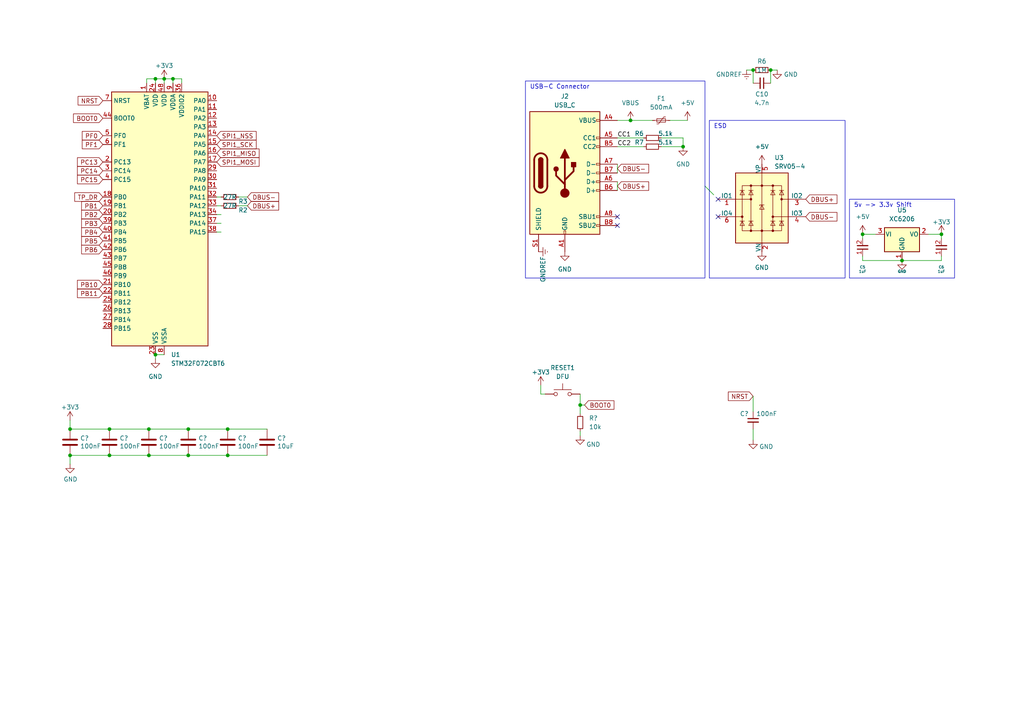
<source format=kicad_sch>
(kicad_sch (version 20230121) (generator eeschema)

  (uuid a8a8dc61-ccc5-4536-bd20-d2ce44b9c06c)

  (paper "A4")

  (lib_symbols
    (symbol "C_Small_2" (pin_names (offset 0.254) hide) (in_bom yes) (on_board yes)
      (property "Reference" "C" (at 0.254 1.778 0)
        (effects (font (size 1.27 1.27)) (justify left))
      )
      (property "Value" "C_Small" (at 0.254 -2.032 0)
        (effects (font (size 1.27 1.27)) (justify left))
      )
      (property "Footprint" "" (at 0 0 0)
        (effects (font (size 1.27 1.27)) hide)
      )
      (property "Datasheet" "~" (at 0 0 0)
        (effects (font (size 1.27 1.27)) hide)
      )
      (property "ki_keywords" "capacitor cap" (at 0 0 0)
        (effects (font (size 1.27 1.27)) hide)
      )
      (property "ki_description" "Unpolarized capacitor, small symbol" (at 0 0 0)
        (effects (font (size 1.27 1.27)) hide)
      )
      (property "ki_fp_filters" "C_*" (at 0 0 0)
        (effects (font (size 1.27 1.27)) hide)
      )
      (symbol "C_Small_2_0_1"
        (polyline
          (pts
            (xy -1.524 -0.508)
            (xy 1.524 -0.508)
          )
          (stroke (width 0.3302) (type default))
          (fill (type none))
        )
        (polyline
          (pts
            (xy -1.524 0.508)
            (xy 1.524 0.508)
          )
          (stroke (width 0.3048) (type default))
          (fill (type none))
        )
      )
      (symbol "C_Small_2_1_1"
        (pin passive line (at 0 2.54 270) (length 2.032)
          (name "~" (effects (font (size 1.27 1.27))))
          (number "1" (effects (font (size 1.27 1.27))))
        )
        (pin passive line (at 0 -2.54 90) (length 2.032)
          (name "~" (effects (font (size 1.27 1.27))))
          (number "2" (effects (font (size 1.27 1.27))))
        )
      )
    )
    (symbol "C_Small_4" (pin_names (offset 0.254) hide) (in_bom yes) (on_board yes)
      (property "Reference" "C" (at 0.254 1.778 0)
        (effects (font (size 1.27 1.27)) (justify left))
      )
      (property "Value" "C_Small" (at 0.254 -2.032 0)
        (effects (font (size 1.27 1.27)) (justify left))
      )
      (property "Footprint" "" (at 0 0 0)
        (effects (font (size 1.27 1.27)) hide)
      )
      (property "Datasheet" "~" (at 0 0 0)
        (effects (font (size 1.27 1.27)) hide)
      )
      (property "ki_keywords" "capacitor cap" (at 0 0 0)
        (effects (font (size 1.27 1.27)) hide)
      )
      (property "ki_description" "Unpolarized capacitor, small symbol" (at 0 0 0)
        (effects (font (size 1.27 1.27)) hide)
      )
      (property "ki_fp_filters" "C_*" (at 0 0 0)
        (effects (font (size 1.27 1.27)) hide)
      )
      (symbol "C_Small_4_0_1"
        (polyline
          (pts
            (xy -1.524 -0.508)
            (xy 1.524 -0.508)
          )
          (stroke (width 0.3302) (type default))
          (fill (type none))
        )
        (polyline
          (pts
            (xy -1.524 0.508)
            (xy 1.524 0.508)
          )
          (stroke (width 0.3048) (type default))
          (fill (type none))
        )
      )
      (symbol "C_Small_4_1_1"
        (pin passive line (at 0 2.54 270) (length 2.032)
          (name "~" (effects (font (size 1.27 1.27))))
          (number "1" (effects (font (size 1.27 1.27))))
        )
        (pin passive line (at 0 -2.54 90) (length 2.032)
          (name "~" (effects (font (size 1.27 1.27))))
          (number "2" (effects (font (size 1.27 1.27))))
        )
      )
    )
    (symbol "Connector:USB_C_Receptacle_USB2.0" (pin_names (offset 1.016)) (in_bom yes) (on_board yes)
      (property "Reference" "J" (at -10.16 19.05 0)
        (effects (font (size 1.27 1.27)) (justify left))
      )
      (property "Value" "USB_C_Receptacle_USB2.0" (at 19.05 19.05 0)
        (effects (font (size 1.27 1.27)) (justify right))
      )
      (property "Footprint" "" (at 3.81 0 0)
        (effects (font (size 1.27 1.27)) hide)
      )
      (property "Datasheet" "https://www.usb.org/sites/default/files/documents/usb_type-c.zip" (at 3.81 0 0)
        (effects (font (size 1.27 1.27)) hide)
      )
      (property "ki_keywords" "usb universal serial bus type-C USB2.0" (at 0 0 0)
        (effects (font (size 1.27 1.27)) hide)
      )
      (property "ki_description" "USB 2.0-only Type-C Receptacle connector" (at 0 0 0)
        (effects (font (size 1.27 1.27)) hide)
      )
      (property "ki_fp_filters" "USB*C*Receptacle*" (at 0 0 0)
        (effects (font (size 1.27 1.27)) hide)
      )
      (symbol "USB_C_Receptacle_USB2.0_0_0"
        (rectangle (start -0.254 -17.78) (end 0.254 -16.764)
          (stroke (width 0) (type default))
          (fill (type none))
        )
        (rectangle (start 10.16 -14.986) (end 9.144 -15.494)
          (stroke (width 0) (type default))
          (fill (type none))
        )
        (rectangle (start 10.16 -12.446) (end 9.144 -12.954)
          (stroke (width 0) (type default))
          (fill (type none))
        )
        (rectangle (start 10.16 -4.826) (end 9.144 -5.334)
          (stroke (width 0) (type default))
          (fill (type none))
        )
        (rectangle (start 10.16 -2.286) (end 9.144 -2.794)
          (stroke (width 0) (type default))
          (fill (type none))
        )
        (rectangle (start 10.16 0.254) (end 9.144 -0.254)
          (stroke (width 0) (type default))
          (fill (type none))
        )
        (rectangle (start 10.16 2.794) (end 9.144 2.286)
          (stroke (width 0) (type default))
          (fill (type none))
        )
        (rectangle (start 10.16 7.874) (end 9.144 7.366)
          (stroke (width 0) (type default))
          (fill (type none))
        )
        (rectangle (start 10.16 10.414) (end 9.144 9.906)
          (stroke (width 0) (type default))
          (fill (type none))
        )
        (rectangle (start 10.16 15.494) (end 9.144 14.986)
          (stroke (width 0) (type default))
          (fill (type none))
        )
      )
      (symbol "USB_C_Receptacle_USB2.0_0_1"
        (rectangle (start -10.16 17.78) (end 10.16 -17.78)
          (stroke (width 0.254) (type default))
          (fill (type background))
        )
        (arc (start -8.89 -3.81) (mid -6.985 -5.7067) (end -5.08 -3.81)
          (stroke (width 0.508) (type default))
          (fill (type none))
        )
        (arc (start -7.62 -3.81) (mid -6.985 -4.4423) (end -6.35 -3.81)
          (stroke (width 0.254) (type default))
          (fill (type none))
        )
        (arc (start -7.62 -3.81) (mid -6.985 -4.4423) (end -6.35 -3.81)
          (stroke (width 0.254) (type default))
          (fill (type outline))
        )
        (rectangle (start -7.62 -3.81) (end -6.35 3.81)
          (stroke (width 0.254) (type default))
          (fill (type outline))
        )
        (arc (start -6.35 3.81) (mid -6.985 4.4423) (end -7.62 3.81)
          (stroke (width 0.254) (type default))
          (fill (type none))
        )
        (arc (start -6.35 3.81) (mid -6.985 4.4423) (end -7.62 3.81)
          (stroke (width 0.254) (type default))
          (fill (type outline))
        )
        (arc (start -5.08 3.81) (mid -6.985 5.7067) (end -8.89 3.81)
          (stroke (width 0.508) (type default))
          (fill (type none))
        )
        (circle (center -2.54 1.143) (radius 0.635)
          (stroke (width 0.254) (type default))
          (fill (type outline))
        )
        (circle (center 0 -5.842) (radius 1.27)
          (stroke (width 0) (type default))
          (fill (type outline))
        )
        (polyline
          (pts
            (xy -8.89 -3.81)
            (xy -8.89 3.81)
          )
          (stroke (width 0.508) (type default))
          (fill (type none))
        )
        (polyline
          (pts
            (xy -5.08 3.81)
            (xy -5.08 -3.81)
          )
          (stroke (width 0.508) (type default))
          (fill (type none))
        )
        (polyline
          (pts
            (xy 0 -5.842)
            (xy 0 4.318)
          )
          (stroke (width 0.508) (type default))
          (fill (type none))
        )
        (polyline
          (pts
            (xy 0 -3.302)
            (xy -2.54 -0.762)
            (xy -2.54 0.508)
          )
          (stroke (width 0.508) (type default))
          (fill (type none))
        )
        (polyline
          (pts
            (xy 0 -2.032)
            (xy 2.54 0.508)
            (xy 2.54 1.778)
          )
          (stroke (width 0.508) (type default))
          (fill (type none))
        )
        (polyline
          (pts
            (xy -1.27 4.318)
            (xy 0 6.858)
            (xy 1.27 4.318)
            (xy -1.27 4.318)
          )
          (stroke (width 0.254) (type default))
          (fill (type outline))
        )
        (rectangle (start 1.905 1.778) (end 3.175 3.048)
          (stroke (width 0.254) (type default))
          (fill (type outline))
        )
      )
      (symbol "USB_C_Receptacle_USB2.0_1_1"
        (pin passive line (at 0 -22.86 90) (length 5.08)
          (name "GND" (effects (font (size 1.27 1.27))))
          (number "A1" (effects (font (size 1.27 1.27))))
        )
        (pin passive line (at 0 -22.86 90) (length 5.08) hide
          (name "GND" (effects (font (size 1.27 1.27))))
          (number "A12" (effects (font (size 1.27 1.27))))
        )
        (pin passive line (at 15.24 15.24 180) (length 5.08)
          (name "VBUS" (effects (font (size 1.27 1.27))))
          (number "A4" (effects (font (size 1.27 1.27))))
        )
        (pin bidirectional line (at 15.24 10.16 180) (length 5.08)
          (name "CC1" (effects (font (size 1.27 1.27))))
          (number "A5" (effects (font (size 1.27 1.27))))
        )
        (pin bidirectional line (at 15.24 -2.54 180) (length 5.08)
          (name "D+" (effects (font (size 1.27 1.27))))
          (number "A6" (effects (font (size 1.27 1.27))))
        )
        (pin bidirectional line (at 15.24 2.54 180) (length 5.08)
          (name "D-" (effects (font (size 1.27 1.27))))
          (number "A7" (effects (font (size 1.27 1.27))))
        )
        (pin bidirectional line (at 15.24 -12.7 180) (length 5.08)
          (name "SBU1" (effects (font (size 1.27 1.27))))
          (number "A8" (effects (font (size 1.27 1.27))))
        )
        (pin passive line (at 15.24 15.24 180) (length 5.08) hide
          (name "VBUS" (effects (font (size 1.27 1.27))))
          (number "A9" (effects (font (size 1.27 1.27))))
        )
        (pin passive line (at 0 -22.86 90) (length 5.08) hide
          (name "GND" (effects (font (size 1.27 1.27))))
          (number "B1" (effects (font (size 1.27 1.27))))
        )
        (pin passive line (at 0 -22.86 90) (length 5.08) hide
          (name "GND" (effects (font (size 1.27 1.27))))
          (number "B12" (effects (font (size 1.27 1.27))))
        )
        (pin passive line (at 15.24 15.24 180) (length 5.08) hide
          (name "VBUS" (effects (font (size 1.27 1.27))))
          (number "B4" (effects (font (size 1.27 1.27))))
        )
        (pin bidirectional line (at 15.24 7.62 180) (length 5.08)
          (name "CC2" (effects (font (size 1.27 1.27))))
          (number "B5" (effects (font (size 1.27 1.27))))
        )
        (pin bidirectional line (at 15.24 -5.08 180) (length 5.08)
          (name "D+" (effects (font (size 1.27 1.27))))
          (number "B6" (effects (font (size 1.27 1.27))))
        )
        (pin bidirectional line (at 15.24 0 180) (length 5.08)
          (name "D-" (effects (font (size 1.27 1.27))))
          (number "B7" (effects (font (size 1.27 1.27))))
        )
        (pin bidirectional line (at 15.24 -15.24 180) (length 5.08)
          (name "SBU2" (effects (font (size 1.27 1.27))))
          (number "B8" (effects (font (size 1.27 1.27))))
        )
        (pin passive line (at 15.24 15.24 180) (length 5.08) hide
          (name "VBUS" (effects (font (size 1.27 1.27))))
          (number "B9" (effects (font (size 1.27 1.27))))
        )
        (pin passive line (at -7.62 -22.86 90) (length 5.08)
          (name "SHIELD" (effects (font (size 1.27 1.27))))
          (number "S1" (effects (font (size 1.27 1.27))))
        )
      )
    )
    (symbol "Device:C" (pin_numbers hide) (pin_names (offset 0.254)) (in_bom yes) (on_board yes)
      (property "Reference" "C" (at 0.635 2.54 0)
        (effects (font (size 1.27 1.27)) (justify left))
      )
      (property "Value" "C" (at 0.635 -2.54 0)
        (effects (font (size 1.27 1.27)) (justify left))
      )
      (property "Footprint" "" (at 0.9652 -3.81 0)
        (effects (font (size 1.27 1.27)) hide)
      )
      (property "Datasheet" "~" (at 0 0 0)
        (effects (font (size 1.27 1.27)) hide)
      )
      (property "ki_keywords" "cap capacitor" (at 0 0 0)
        (effects (font (size 1.27 1.27)) hide)
      )
      (property "ki_description" "Unpolarized capacitor" (at 0 0 0)
        (effects (font (size 1.27 1.27)) hide)
      )
      (property "ki_fp_filters" "C_*" (at 0 0 0)
        (effects (font (size 1.27 1.27)) hide)
      )
      (symbol "C_0_1"
        (polyline
          (pts
            (xy -2.032 -0.762)
            (xy 2.032 -0.762)
          )
          (stroke (width 0.508) (type default))
          (fill (type none))
        )
        (polyline
          (pts
            (xy -2.032 0.762)
            (xy 2.032 0.762)
          )
          (stroke (width 0.508) (type default))
          (fill (type none))
        )
      )
      (symbol "C_1_1"
        (pin passive line (at 0 3.81 270) (length 2.794)
          (name "~" (effects (font (size 1.27 1.27))))
          (number "1" (effects (font (size 1.27 1.27))))
        )
        (pin passive line (at 0 -3.81 90) (length 2.794)
          (name "~" (effects (font (size 1.27 1.27))))
          (number "2" (effects (font (size 1.27 1.27))))
        )
      )
    )
    (symbol "Device:C_Small" (pin_numbers hide) (pin_names (offset 0.254) hide) (in_bom yes) (on_board yes)
      (property "Reference" "C" (at 0.254 1.778 0)
        (effects (font (size 1.27 1.27)) (justify left))
      )
      (property "Value" "C_Small" (at 0.254 -2.032 0)
        (effects (font (size 1.27 1.27)) (justify left))
      )
      (property "Footprint" "" (at 0 0 0)
        (effects (font (size 1.27 1.27)) hide)
      )
      (property "Datasheet" "~" (at 0 0 0)
        (effects (font (size 1.27 1.27)) hide)
      )
      (property "ki_keywords" "capacitor cap" (at 0 0 0)
        (effects (font (size 1.27 1.27)) hide)
      )
      (property "ki_description" "Unpolarized capacitor, small symbol" (at 0 0 0)
        (effects (font (size 1.27 1.27)) hide)
      )
      (property "ki_fp_filters" "C_*" (at 0 0 0)
        (effects (font (size 1.27 1.27)) hide)
      )
      (symbol "C_Small_0_1"
        (polyline
          (pts
            (xy -1.524 -0.508)
            (xy 1.524 -0.508)
          )
          (stroke (width 0.3302) (type default))
          (fill (type none))
        )
        (polyline
          (pts
            (xy -1.524 0.508)
            (xy 1.524 0.508)
          )
          (stroke (width 0.3048) (type default))
          (fill (type none))
        )
      )
      (symbol "C_Small_1_1"
        (pin passive line (at 0 2.54 270) (length 2.032)
          (name "~" (effects (font (size 1.27 1.27))))
          (number "1" (effects (font (size 1.27 1.27))))
        )
        (pin passive line (at 0 -2.54 90) (length 2.032)
          (name "~" (effects (font (size 1.27 1.27))))
          (number "2" (effects (font (size 1.27 1.27))))
        )
      )
    )
    (symbol "Device:Polyfuse_Small" (pin_numbers hide) (pin_names (offset 0)) (in_bom yes) (on_board yes)
      (property "Reference" "F" (at -1.905 0 90)
        (effects (font (size 1.27 1.27)))
      )
      (property "Value" "Polyfuse_Small" (at 1.905 0 90)
        (effects (font (size 1.27 1.27)))
      )
      (property "Footprint" "" (at 1.27 -5.08 0)
        (effects (font (size 1.27 1.27)) (justify left) hide)
      )
      (property "Datasheet" "~" (at 0 0 0)
        (effects (font (size 1.27 1.27)) hide)
      )
      (property "ki_keywords" "resettable fuse PTC PPTC polyfuse polyswitch" (at 0 0 0)
        (effects (font (size 1.27 1.27)) hide)
      )
      (property "ki_description" "Resettable fuse, polymeric positive temperature coefficient, small symbol" (at 0 0 0)
        (effects (font (size 1.27 1.27)) hide)
      )
      (property "ki_fp_filters" "*polyfuse* *PTC*" (at 0 0 0)
        (effects (font (size 1.27 1.27)) hide)
      )
      (symbol "Polyfuse_Small_0_1"
        (rectangle (start -0.508 1.27) (end 0.508 -1.27)
          (stroke (width 0) (type default))
          (fill (type none))
        )
        (polyline
          (pts
            (xy 0 2.54)
            (xy 0 -2.54)
          )
          (stroke (width 0) (type default))
          (fill (type none))
        )
        (polyline
          (pts
            (xy -1.016 1.27)
            (xy -1.016 0.762)
            (xy 1.016 -0.762)
            (xy 1.016 -1.27)
          )
          (stroke (width 0) (type default))
          (fill (type none))
        )
      )
      (symbol "Polyfuse_Small_1_1"
        (pin passive line (at 0 2.54 270) (length 0.635)
          (name "~" (effects (font (size 1.27 1.27))))
          (number "1" (effects (font (size 1.27 1.27))))
        )
        (pin passive line (at 0 -2.54 90) (length 0.635)
          (name "~" (effects (font (size 1.27 1.27))))
          (number "2" (effects (font (size 1.27 1.27))))
        )
      )
    )
    (symbol "Device:R_Small" (pin_numbers hide) (pin_names (offset 0.254) hide) (in_bom yes) (on_board yes)
      (property "Reference" "R" (at 0.762 0.508 0)
        (effects (font (size 1.27 1.27)) (justify left))
      )
      (property "Value" "R_Small" (at 0.762 -1.016 0)
        (effects (font (size 1.27 1.27)) (justify left))
      )
      (property "Footprint" "" (at 0 0 0)
        (effects (font (size 1.27 1.27)) hide)
      )
      (property "Datasheet" "~" (at 0 0 0)
        (effects (font (size 1.27 1.27)) hide)
      )
      (property "ki_keywords" "R resistor" (at 0 0 0)
        (effects (font (size 1.27 1.27)) hide)
      )
      (property "ki_description" "Resistor, small symbol" (at 0 0 0)
        (effects (font (size 1.27 1.27)) hide)
      )
      (property "ki_fp_filters" "R_*" (at 0 0 0)
        (effects (font (size 1.27 1.27)) hide)
      )
      (symbol "R_Small_0_1"
        (rectangle (start -0.762 1.778) (end 0.762 -1.778)
          (stroke (width 0.2032) (type default))
          (fill (type none))
        )
      )
      (symbol "R_Small_1_1"
        (pin passive line (at 0 2.54 270) (length 0.762)
          (name "~" (effects (font (size 1.27 1.27))))
          (number "1" (effects (font (size 1.27 1.27))))
        )
        (pin passive line (at 0 -2.54 90) (length 0.762)
          (name "~" (effects (font (size 1.27 1.27))))
          (number "2" (effects (font (size 1.27 1.27))))
        )
      )
    )
    (symbol "MCU_ST_STM32F0:STM32F072CBTx" (in_bom yes) (on_board yes)
      (property "Reference" "U" (at -12.7 39.37 0)
        (effects (font (size 1.27 1.27)) (justify left))
      )
      (property "Value" "STM32F072CBTx" (at 10.16 39.37 0)
        (effects (font (size 1.27 1.27)) (justify left))
      )
      (property "Footprint" "Package_QFP:LQFP-48_7x7mm_P0.5mm" (at -12.7 -35.56 0)
        (effects (font (size 1.27 1.27)) (justify right) hide)
      )
      (property "Datasheet" "https://www.st.com/resource/en/datasheet/stm32f072cb.pdf" (at 0 0 0)
        (effects (font (size 1.27 1.27)) hide)
      )
      (property "ki_locked" "" (at 0 0 0)
        (effects (font (size 1.27 1.27)))
      )
      (property "ki_keywords" "Arm Cortex-M0 STM32F0 STM32F0x2" (at 0 0 0)
        (effects (font (size 1.27 1.27)) hide)
      )
      (property "ki_description" "STMicroelectronics Arm Cortex-M0 MCU, 128KB flash, 16KB RAM, 48 MHz, 2.0-3.6V, 37 GPIO, LQFP48" (at 0 0 0)
        (effects (font (size 1.27 1.27)) hide)
      )
      (property "ki_fp_filters" "LQFP*7x7mm*P0.5mm*" (at 0 0 0)
        (effects (font (size 1.27 1.27)) hide)
      )
      (symbol "STM32F072CBTx_0_1"
        (rectangle (start -12.7 -35.56) (end 15.24 38.1)
          (stroke (width 0.254) (type default))
          (fill (type background))
        )
      )
      (symbol "STM32F072CBTx_1_1"
        (pin power_in line (at -2.54 40.64 270) (length 2.54)
          (name "VBAT" (effects (font (size 1.27 1.27))))
          (number "1" (effects (font (size 1.27 1.27))))
        )
        (pin bidirectional line (at 17.78 35.56 180) (length 2.54)
          (name "PA0" (effects (font (size 1.27 1.27))))
          (number "10" (effects (font (size 1.27 1.27))))
          (alternate "ADC_IN0" bidirectional line)
          (alternate "COMP1_INM" bidirectional line)
          (alternate "COMP1_OUT" bidirectional line)
          (alternate "RTC_TAMP2" bidirectional line)
          (alternate "SYS_WKUP1" bidirectional line)
          (alternate "TIM2_CH1" bidirectional line)
          (alternate "TIM2_ETR" bidirectional line)
          (alternate "TSC_G1_IO1" bidirectional line)
          (alternate "USART2_CTS" bidirectional line)
          (alternate "USART4_TX" bidirectional line)
        )
        (pin bidirectional line (at 17.78 33.02 180) (length 2.54)
          (name "PA1" (effects (font (size 1.27 1.27))))
          (number "11" (effects (font (size 1.27 1.27))))
          (alternate "ADC_IN1" bidirectional line)
          (alternate "COMP1_INP" bidirectional line)
          (alternate "TIM15_CH1N" bidirectional line)
          (alternate "TIM2_CH2" bidirectional line)
          (alternate "TSC_G1_IO2" bidirectional line)
          (alternate "USART2_DE" bidirectional line)
          (alternate "USART2_RTS" bidirectional line)
          (alternate "USART4_RX" bidirectional line)
        )
        (pin bidirectional line (at 17.78 30.48 180) (length 2.54)
          (name "PA2" (effects (font (size 1.27 1.27))))
          (number "12" (effects (font (size 1.27 1.27))))
          (alternate "ADC_IN2" bidirectional line)
          (alternate "COMP2_INM" bidirectional line)
          (alternate "COMP2_OUT" bidirectional line)
          (alternate "SYS_WKUP4" bidirectional line)
          (alternate "TIM15_CH1" bidirectional line)
          (alternate "TIM2_CH3" bidirectional line)
          (alternate "TSC_G1_IO3" bidirectional line)
          (alternate "USART2_TX" bidirectional line)
        )
        (pin bidirectional line (at 17.78 27.94 180) (length 2.54)
          (name "PA3" (effects (font (size 1.27 1.27))))
          (number "13" (effects (font (size 1.27 1.27))))
          (alternate "ADC_IN3" bidirectional line)
          (alternate "COMP2_INP" bidirectional line)
          (alternate "TIM15_CH2" bidirectional line)
          (alternate "TIM2_CH4" bidirectional line)
          (alternate "TSC_G1_IO4" bidirectional line)
          (alternate "USART2_RX" bidirectional line)
        )
        (pin bidirectional line (at 17.78 25.4 180) (length 2.54)
          (name "PA4" (effects (font (size 1.27 1.27))))
          (number "14" (effects (font (size 1.27 1.27))))
          (alternate "ADC_IN4" bidirectional line)
          (alternate "COMP1_INM" bidirectional line)
          (alternate "COMP2_INM" bidirectional line)
          (alternate "DAC_OUT1" bidirectional line)
          (alternate "I2S1_WS" bidirectional line)
          (alternate "SPI1_NSS" bidirectional line)
          (alternate "TIM14_CH1" bidirectional line)
          (alternate "TSC_G2_IO1" bidirectional line)
          (alternate "USART2_CK" bidirectional line)
        )
        (pin bidirectional line (at 17.78 22.86 180) (length 2.54)
          (name "PA5" (effects (font (size 1.27 1.27))))
          (number "15" (effects (font (size 1.27 1.27))))
          (alternate "ADC_IN5" bidirectional line)
          (alternate "CEC" bidirectional line)
          (alternate "COMP1_INM" bidirectional line)
          (alternate "COMP2_INM" bidirectional line)
          (alternate "DAC_OUT2" bidirectional line)
          (alternate "I2S1_CK" bidirectional line)
          (alternate "SPI1_SCK" bidirectional line)
          (alternate "TIM2_CH1" bidirectional line)
          (alternate "TIM2_ETR" bidirectional line)
          (alternate "TSC_G2_IO2" bidirectional line)
        )
        (pin bidirectional line (at 17.78 20.32 180) (length 2.54)
          (name "PA6" (effects (font (size 1.27 1.27))))
          (number "16" (effects (font (size 1.27 1.27))))
          (alternate "ADC_IN6" bidirectional line)
          (alternate "COMP1_OUT" bidirectional line)
          (alternate "I2S1_MCK" bidirectional line)
          (alternate "SPI1_MISO" bidirectional line)
          (alternate "TIM16_CH1" bidirectional line)
          (alternate "TIM1_BKIN" bidirectional line)
          (alternate "TIM3_CH1" bidirectional line)
          (alternate "TSC_G2_IO3" bidirectional line)
          (alternate "USART3_CTS" bidirectional line)
        )
        (pin bidirectional line (at 17.78 17.78 180) (length 2.54)
          (name "PA7" (effects (font (size 1.27 1.27))))
          (number "17" (effects (font (size 1.27 1.27))))
          (alternate "ADC_IN7" bidirectional line)
          (alternate "COMP2_OUT" bidirectional line)
          (alternate "I2S1_SD" bidirectional line)
          (alternate "SPI1_MOSI" bidirectional line)
          (alternate "TIM14_CH1" bidirectional line)
          (alternate "TIM17_CH1" bidirectional line)
          (alternate "TIM1_CH1N" bidirectional line)
          (alternate "TIM3_CH2" bidirectional line)
          (alternate "TSC_G2_IO4" bidirectional line)
        )
        (pin bidirectional line (at -15.24 7.62 0) (length 2.54)
          (name "PB0" (effects (font (size 1.27 1.27))))
          (number "18" (effects (font (size 1.27 1.27))))
          (alternate "ADC_IN8" bidirectional line)
          (alternate "TIM1_CH2N" bidirectional line)
          (alternate "TIM3_CH3" bidirectional line)
          (alternate "TSC_G3_IO2" bidirectional line)
          (alternate "USART3_CK" bidirectional line)
        )
        (pin bidirectional line (at -15.24 5.08 0) (length 2.54)
          (name "PB1" (effects (font (size 1.27 1.27))))
          (number "19" (effects (font (size 1.27 1.27))))
          (alternate "ADC_IN9" bidirectional line)
          (alternate "TIM14_CH1" bidirectional line)
          (alternate "TIM1_CH3N" bidirectional line)
          (alternate "TIM3_CH4" bidirectional line)
          (alternate "TSC_G3_IO3" bidirectional line)
          (alternate "USART3_DE" bidirectional line)
          (alternate "USART3_RTS" bidirectional line)
        )
        (pin bidirectional line (at -15.24 17.78 0) (length 2.54)
          (name "PC13" (effects (font (size 1.27 1.27))))
          (number "2" (effects (font (size 1.27 1.27))))
          (alternate "RTC_OUT_ALARM" bidirectional line)
          (alternate "RTC_OUT_CALIB" bidirectional line)
          (alternate "RTC_TAMP1" bidirectional line)
          (alternate "RTC_TS" bidirectional line)
          (alternate "SYS_WKUP2" bidirectional line)
        )
        (pin bidirectional line (at -15.24 2.54 0) (length 2.54)
          (name "PB2" (effects (font (size 1.27 1.27))))
          (number "20" (effects (font (size 1.27 1.27))))
          (alternate "TSC_G3_IO4" bidirectional line)
        )
        (pin bidirectional line (at -15.24 -17.78 0) (length 2.54)
          (name "PB10" (effects (font (size 1.27 1.27))))
          (number "21" (effects (font (size 1.27 1.27))))
          (alternate "CEC" bidirectional line)
          (alternate "I2C2_SCL" bidirectional line)
          (alternate "I2S2_CK" bidirectional line)
          (alternate "SPI2_SCK" bidirectional line)
          (alternate "TIM2_CH3" bidirectional line)
          (alternate "TSC_SYNC" bidirectional line)
          (alternate "USART3_TX" bidirectional line)
        )
        (pin bidirectional line (at -15.24 -20.32 0) (length 2.54)
          (name "PB11" (effects (font (size 1.27 1.27))))
          (number "22" (effects (font (size 1.27 1.27))))
          (alternate "I2C2_SDA" bidirectional line)
          (alternate "TIM2_CH4" bidirectional line)
          (alternate "TSC_G6_IO1" bidirectional line)
          (alternate "USART3_RX" bidirectional line)
        )
        (pin power_in line (at 0 -38.1 90) (length 2.54)
          (name "VSS" (effects (font (size 1.27 1.27))))
          (number "23" (effects (font (size 1.27 1.27))))
        )
        (pin power_in line (at 0 40.64 270) (length 2.54)
          (name "VDD" (effects (font (size 1.27 1.27))))
          (number "24" (effects (font (size 1.27 1.27))))
        )
        (pin bidirectional line (at -15.24 -22.86 0) (length 2.54)
          (name "PB12" (effects (font (size 1.27 1.27))))
          (number "25" (effects (font (size 1.27 1.27))))
          (alternate "I2S2_WS" bidirectional line)
          (alternate "SPI2_NSS" bidirectional line)
          (alternate "TIM15_BKIN" bidirectional line)
          (alternate "TIM1_BKIN" bidirectional line)
          (alternate "TSC_G6_IO2" bidirectional line)
          (alternate "USART3_CK" bidirectional line)
        )
        (pin bidirectional line (at -15.24 -25.4 0) (length 2.54)
          (name "PB13" (effects (font (size 1.27 1.27))))
          (number "26" (effects (font (size 1.27 1.27))))
          (alternate "I2C2_SCL" bidirectional line)
          (alternate "I2S2_CK" bidirectional line)
          (alternate "SPI2_SCK" bidirectional line)
          (alternate "TIM1_CH1N" bidirectional line)
          (alternate "TSC_G6_IO3" bidirectional line)
          (alternate "USART3_CTS" bidirectional line)
        )
        (pin bidirectional line (at -15.24 -27.94 0) (length 2.54)
          (name "PB14" (effects (font (size 1.27 1.27))))
          (number "27" (effects (font (size 1.27 1.27))))
          (alternate "I2C2_SDA" bidirectional line)
          (alternate "I2S2_MCK" bidirectional line)
          (alternate "SPI2_MISO" bidirectional line)
          (alternate "TIM15_CH1" bidirectional line)
          (alternate "TIM1_CH2N" bidirectional line)
          (alternate "TSC_G6_IO4" bidirectional line)
          (alternate "USART3_DE" bidirectional line)
          (alternate "USART3_RTS" bidirectional line)
        )
        (pin bidirectional line (at -15.24 -30.48 0) (length 2.54)
          (name "PB15" (effects (font (size 1.27 1.27))))
          (number "28" (effects (font (size 1.27 1.27))))
          (alternate "I2S2_SD" bidirectional line)
          (alternate "RTC_REFIN" bidirectional line)
          (alternate "SPI2_MOSI" bidirectional line)
          (alternate "SYS_WKUP7" bidirectional line)
          (alternate "TIM15_CH1N" bidirectional line)
          (alternate "TIM15_CH2" bidirectional line)
          (alternate "TIM1_CH3N" bidirectional line)
        )
        (pin bidirectional line (at 17.78 15.24 180) (length 2.54)
          (name "PA8" (effects (font (size 1.27 1.27))))
          (number "29" (effects (font (size 1.27 1.27))))
          (alternate "CRS_SYNC" bidirectional line)
          (alternate "RCC_MCO" bidirectional line)
          (alternate "TIM1_CH1" bidirectional line)
          (alternate "USART1_CK" bidirectional line)
        )
        (pin bidirectional line (at -15.24 15.24 0) (length 2.54)
          (name "PC14" (effects (font (size 1.27 1.27))))
          (number "3" (effects (font (size 1.27 1.27))))
          (alternate "RCC_OSC32_IN" bidirectional line)
        )
        (pin bidirectional line (at 17.78 12.7 180) (length 2.54)
          (name "PA9" (effects (font (size 1.27 1.27))))
          (number "30" (effects (font (size 1.27 1.27))))
          (alternate "DAC_EXTI9" bidirectional line)
          (alternate "TIM15_BKIN" bidirectional line)
          (alternate "TIM1_CH2" bidirectional line)
          (alternate "TSC_G4_IO1" bidirectional line)
          (alternate "USART1_TX" bidirectional line)
        )
        (pin bidirectional line (at 17.78 10.16 180) (length 2.54)
          (name "PA10" (effects (font (size 1.27 1.27))))
          (number "31" (effects (font (size 1.27 1.27))))
          (alternate "TIM17_BKIN" bidirectional line)
          (alternate "TIM1_CH3" bidirectional line)
          (alternate "TSC_G4_IO2" bidirectional line)
          (alternate "USART1_RX" bidirectional line)
        )
        (pin bidirectional line (at 17.78 7.62 180) (length 2.54)
          (name "PA11" (effects (font (size 1.27 1.27))))
          (number "32" (effects (font (size 1.27 1.27))))
          (alternate "CAN_RX" bidirectional line)
          (alternate "COMP1_OUT" bidirectional line)
          (alternate "TIM1_CH4" bidirectional line)
          (alternate "TSC_G4_IO3" bidirectional line)
          (alternate "USART1_CTS" bidirectional line)
          (alternate "USB_DM" bidirectional line)
        )
        (pin bidirectional line (at 17.78 5.08 180) (length 2.54)
          (name "PA12" (effects (font (size 1.27 1.27))))
          (number "33" (effects (font (size 1.27 1.27))))
          (alternate "CAN_TX" bidirectional line)
          (alternate "COMP2_OUT" bidirectional line)
          (alternate "TIM1_ETR" bidirectional line)
          (alternate "TSC_G4_IO4" bidirectional line)
          (alternate "USART1_DE" bidirectional line)
          (alternate "USART1_RTS" bidirectional line)
          (alternate "USB_DP" bidirectional line)
        )
        (pin bidirectional line (at 17.78 2.54 180) (length 2.54)
          (name "PA13" (effects (font (size 1.27 1.27))))
          (number "34" (effects (font (size 1.27 1.27))))
          (alternate "IR_OUT" bidirectional line)
          (alternate "SYS_SWDIO" bidirectional line)
          (alternate "USB_NOE" bidirectional line)
        )
        (pin passive line (at 0 -38.1 90) (length 2.54) hide
          (name "VSS" (effects (font (size 1.27 1.27))))
          (number "35" (effects (font (size 1.27 1.27))))
        )
        (pin power_in line (at 7.62 40.64 270) (length 2.54)
          (name "VDDIO2" (effects (font (size 1.27 1.27))))
          (number "36" (effects (font (size 1.27 1.27))))
        )
        (pin bidirectional line (at 17.78 0 180) (length 2.54)
          (name "PA14" (effects (font (size 1.27 1.27))))
          (number "37" (effects (font (size 1.27 1.27))))
          (alternate "SYS_SWCLK" bidirectional line)
          (alternate "USART2_TX" bidirectional line)
        )
        (pin bidirectional line (at 17.78 -2.54 180) (length 2.54)
          (name "PA15" (effects (font (size 1.27 1.27))))
          (number "38" (effects (font (size 1.27 1.27))))
          (alternate "I2S1_WS" bidirectional line)
          (alternate "SPI1_NSS" bidirectional line)
          (alternate "TIM2_CH1" bidirectional line)
          (alternate "TIM2_ETR" bidirectional line)
          (alternate "USART2_RX" bidirectional line)
          (alternate "USART4_DE" bidirectional line)
          (alternate "USART4_RTS" bidirectional line)
        )
        (pin bidirectional line (at -15.24 0 0) (length 2.54)
          (name "PB3" (effects (font (size 1.27 1.27))))
          (number "39" (effects (font (size 1.27 1.27))))
          (alternate "I2S1_CK" bidirectional line)
          (alternate "SPI1_SCK" bidirectional line)
          (alternate "TIM2_CH2" bidirectional line)
          (alternate "TSC_G5_IO1" bidirectional line)
        )
        (pin bidirectional line (at -15.24 12.7 0) (length 2.54)
          (name "PC15" (effects (font (size 1.27 1.27))))
          (number "4" (effects (font (size 1.27 1.27))))
          (alternate "RCC_OSC32_OUT" bidirectional line)
        )
        (pin bidirectional line (at -15.24 -2.54 0) (length 2.54)
          (name "PB4" (effects (font (size 1.27 1.27))))
          (number "40" (effects (font (size 1.27 1.27))))
          (alternate "I2S1_MCK" bidirectional line)
          (alternate "SPI1_MISO" bidirectional line)
          (alternate "TIM17_BKIN" bidirectional line)
          (alternate "TIM3_CH1" bidirectional line)
          (alternate "TSC_G5_IO2" bidirectional line)
        )
        (pin bidirectional line (at -15.24 -5.08 0) (length 2.54)
          (name "PB5" (effects (font (size 1.27 1.27))))
          (number "41" (effects (font (size 1.27 1.27))))
          (alternate "I2C1_SMBA" bidirectional line)
          (alternate "I2S1_SD" bidirectional line)
          (alternate "SPI1_MOSI" bidirectional line)
          (alternate "SYS_WKUP6" bidirectional line)
          (alternate "TIM16_BKIN" bidirectional line)
          (alternate "TIM3_CH2" bidirectional line)
        )
        (pin bidirectional line (at -15.24 -7.62 0) (length 2.54)
          (name "PB6" (effects (font (size 1.27 1.27))))
          (number "42" (effects (font (size 1.27 1.27))))
          (alternate "I2C1_SCL" bidirectional line)
          (alternate "TIM16_CH1N" bidirectional line)
          (alternate "TSC_G5_IO3" bidirectional line)
          (alternate "USART1_TX" bidirectional line)
        )
        (pin bidirectional line (at -15.24 -10.16 0) (length 2.54)
          (name "PB7" (effects (font (size 1.27 1.27))))
          (number "43" (effects (font (size 1.27 1.27))))
          (alternate "I2C1_SDA" bidirectional line)
          (alternate "TIM17_CH1N" bidirectional line)
          (alternate "TSC_G5_IO4" bidirectional line)
          (alternate "USART1_RX" bidirectional line)
          (alternate "USART4_CTS" bidirectional line)
        )
        (pin input line (at -15.24 30.48 0) (length 2.54)
          (name "BOOT0" (effects (font (size 1.27 1.27))))
          (number "44" (effects (font (size 1.27 1.27))))
        )
        (pin bidirectional line (at -15.24 -12.7 0) (length 2.54)
          (name "PB8" (effects (font (size 1.27 1.27))))
          (number "45" (effects (font (size 1.27 1.27))))
          (alternate "CAN_RX" bidirectional line)
          (alternate "CEC" bidirectional line)
          (alternate "I2C1_SCL" bidirectional line)
          (alternate "TIM16_CH1" bidirectional line)
          (alternate "TSC_SYNC" bidirectional line)
        )
        (pin bidirectional line (at -15.24 -15.24 0) (length 2.54)
          (name "PB9" (effects (font (size 1.27 1.27))))
          (number "46" (effects (font (size 1.27 1.27))))
          (alternate "CAN_TX" bidirectional line)
          (alternate "DAC_EXTI9" bidirectional line)
          (alternate "I2C1_SDA" bidirectional line)
          (alternate "I2S2_WS" bidirectional line)
          (alternate "IR_OUT" bidirectional line)
          (alternate "SPI2_NSS" bidirectional line)
          (alternate "TIM17_CH1" bidirectional line)
        )
        (pin passive line (at 0 -38.1 90) (length 2.54) hide
          (name "VSS" (effects (font (size 1.27 1.27))))
          (number "47" (effects (font (size 1.27 1.27))))
        )
        (pin power_in line (at 2.54 40.64 270) (length 2.54)
          (name "VDD" (effects (font (size 1.27 1.27))))
          (number "48" (effects (font (size 1.27 1.27))))
        )
        (pin bidirectional line (at -15.24 25.4 0) (length 2.54)
          (name "PF0" (effects (font (size 1.27 1.27))))
          (number "5" (effects (font (size 1.27 1.27))))
          (alternate "CRS_SYNC" bidirectional line)
          (alternate "RCC_OSC_IN" bidirectional line)
        )
        (pin bidirectional line (at -15.24 22.86 0) (length 2.54)
          (name "PF1" (effects (font (size 1.27 1.27))))
          (number "6" (effects (font (size 1.27 1.27))))
          (alternate "RCC_OSC_OUT" bidirectional line)
        )
        (pin input line (at -15.24 35.56 0) (length 2.54)
          (name "NRST" (effects (font (size 1.27 1.27))))
          (number "7" (effects (font (size 1.27 1.27))))
        )
        (pin power_in line (at 2.54 -38.1 90) (length 2.54)
          (name "VSSA" (effects (font (size 1.27 1.27))))
          (number "8" (effects (font (size 1.27 1.27))))
        )
        (pin power_in line (at 5.08 40.64 270) (length 2.54)
          (name "VDDA" (effects (font (size 1.27 1.27))))
          (number "9" (effects (font (size 1.27 1.27))))
        )
      )
    )
    (symbol "Regulator_Linear:XC6206PxxxMR" (pin_names (offset 0.254)) (in_bom yes) (on_board yes)
      (property "Reference" "U" (at -3.81 3.175 0)
        (effects (font (size 1.27 1.27)))
      )
      (property "Value" "XC6206PxxxMR" (at 0 3.175 0)
        (effects (font (size 1.27 1.27)) (justify left))
      )
      (property "Footprint" "Package_TO_SOT_SMD:SOT-23" (at 0 5.715 0)
        (effects (font (size 1.27 1.27) italic) hide)
      )
      (property "Datasheet" "https://www.torexsemi.com/file/xc6206/XC6206.pdf" (at 0 0 0)
        (effects (font (size 1.27 1.27)) hide)
      )
      (property "ki_keywords" "Torex LDO Voltage Regulator Fixed Positive" (at 0 0 0)
        (effects (font (size 1.27 1.27)) hide)
      )
      (property "ki_description" "Positive 60-250mA Low Dropout Regulator, Fixed Output, SOT-23" (at 0 0 0)
        (effects (font (size 1.27 1.27)) hide)
      )
      (property "ki_fp_filters" "SOT?23*" (at 0 0 0)
        (effects (font (size 1.27 1.27)) hide)
      )
      (symbol "XC6206PxxxMR_0_1"
        (rectangle (start -5.08 1.905) (end 5.08 -5.08)
          (stroke (width 0.254) (type default))
          (fill (type background))
        )
      )
      (symbol "XC6206PxxxMR_1_1"
        (pin power_in line (at 0 -7.62 90) (length 2.54)
          (name "GND" (effects (font (size 1.27 1.27))))
          (number "1" (effects (font (size 1.27 1.27))))
        )
        (pin power_out line (at 7.62 0 180) (length 2.54)
          (name "VO" (effects (font (size 1.27 1.27))))
          (number "2" (effects (font (size 1.27 1.27))))
        )
        (pin power_in line (at -7.62 0 0) (length 2.54)
          (name "VI" (effects (font (size 1.27 1.27))))
          (number "3" (effects (font (size 1.27 1.27))))
        )
      )
    )
    (symbol "Switch:SW_Push" (pin_numbers hide) (pin_names (offset 1.016) hide) (in_bom yes) (on_board yes)
      (property "Reference" "SW" (at 1.27 2.54 0)
        (effects (font (size 1.27 1.27)) (justify left))
      )
      (property "Value" "SW_Push" (at 0 -1.524 0)
        (effects (font (size 1.27 1.27)))
      )
      (property "Footprint" "" (at 0 5.08 0)
        (effects (font (size 1.27 1.27)) hide)
      )
      (property "Datasheet" "~" (at 0 5.08 0)
        (effects (font (size 1.27 1.27)) hide)
      )
      (property "ki_keywords" "switch normally-open pushbutton push-button" (at 0 0 0)
        (effects (font (size 1.27 1.27)) hide)
      )
      (property "ki_description" "Push button switch, generic, two pins" (at 0 0 0)
        (effects (font (size 1.27 1.27)) hide)
      )
      (symbol "SW_Push_0_1"
        (circle (center -2.032 0) (radius 0.508)
          (stroke (width 0) (type default))
          (fill (type none))
        )
        (polyline
          (pts
            (xy 0 1.27)
            (xy 0 3.048)
          )
          (stroke (width 0) (type default))
          (fill (type none))
        )
        (polyline
          (pts
            (xy 2.54 1.27)
            (xy -2.54 1.27)
          )
          (stroke (width 0) (type default))
          (fill (type none))
        )
        (circle (center 2.032 0) (radius 0.508)
          (stroke (width 0) (type default))
          (fill (type none))
        )
        (pin passive line (at -5.08 0 0) (length 2.54)
          (name "1" (effects (font (size 1.27 1.27))))
          (number "1" (effects (font (size 1.27 1.27))))
        )
        (pin passive line (at 5.08 0 180) (length 2.54)
          (name "2" (effects (font (size 1.27 1.27))))
          (number "2" (effects (font (size 1.27 1.27))))
        )
      )
    )
    (symbol "marbastlib-various:SRV05-4" (pin_names (offset 0)) (in_bom yes) (on_board yes)
      (property "Reference" "U" (at -5.08 11.43 0)
        (effects (font (size 1.27 1.27)) (justify right))
      )
      (property "Value" "SRV05-4" (at 2.54 11.43 0)
        (effects (font (size 1.27 1.27)) (justify left))
      )
      (property "Footprint" "marbastlib-various:SOT-23-6-routable" (at 17.78 -11.43 0)
        (effects (font (size 1.27 1.27)) hide)
      )
      (property "Datasheet" "http://www.onsemi.com/pub/Collateral/SRV05-4-D.PDF" (at 0 0 0)
        (effects (font (size 1.27 1.27)) hide)
      )
      (property "ki_keywords" "ESD protection diodes" (at 0 0 0)
        (effects (font (size 1.27 1.27)) hide)
      )
      (property "ki_description" "ESD Protection Diodes with Low Clamping Voltage, SOT-23-6" (at 0 0 0)
        (effects (font (size 1.27 1.27)) hide)
      )
      (property "ki_fp_filters" "SOT?23*" (at 0 0 0)
        (effects (font (size 1.27 1.27)) hide)
      )
      (symbol "SRV05-4_0_0"
        (rectangle (start -5.715 6.477) (end 5.715 -6.604)
          (stroke (width 0) (type default))
          (fill (type none))
        )
        (polyline
          (pts
            (xy -3.175 -6.604)
            (xy -3.175 6.477)
          )
          (stroke (width 0) (type default))
          (fill (type none))
        )
        (polyline
          (pts
            (xy 3.175 6.477)
            (xy 3.175 -6.604)
          )
          (stroke (width 0) (type default))
          (fill (type none))
        )
      )
      (symbol "SRV05-4_0_1"
        (rectangle (start -7.62 10.16) (end 7.62 -10.16)
          (stroke (width 0.254) (type default))
          (fill (type background))
        )
        (circle (center -5.715 -2.54) (radius 0.2794)
          (stroke (width 0) (type default))
          (fill (type outline))
        )
        (circle (center -3.175 -6.604) (radius 0.2794)
          (stroke (width 0) (type default))
          (fill (type outline))
        )
        (circle (center -3.175 2.54) (radius 0.2794)
          (stroke (width 0) (type default))
          (fill (type outline))
        )
        (circle (center -3.175 6.477) (radius 0.2794)
          (stroke (width 0) (type default))
          (fill (type outline))
        )
        (circle (center 0 -6.604) (radius 0.2794)
          (stroke (width 0) (type default))
          (fill (type outline))
        )
        (polyline
          (pts
            (xy -7.747 2.54)
            (xy -3.175 2.54)
          )
          (stroke (width 0) (type default))
          (fill (type none))
        )
        (polyline
          (pts
            (xy -7.62 -2.54)
            (xy -5.715 -2.54)
          )
          (stroke (width 0) (type default))
          (fill (type none))
        )
        (polyline
          (pts
            (xy -5.08 -3.81)
            (xy -6.35 -3.81)
          )
          (stroke (width 0) (type default))
          (fill (type none))
        )
        (polyline
          (pts
            (xy -5.08 5.08)
            (xy -6.35 5.08)
          )
          (stroke (width 0) (type default))
          (fill (type none))
        )
        (polyline
          (pts
            (xy -2.54 -3.81)
            (xy -3.81 -3.81)
          )
          (stroke (width 0) (type default))
          (fill (type none))
        )
        (polyline
          (pts
            (xy -2.54 5.08)
            (xy -3.81 5.08)
          )
          (stroke (width 0) (type default))
          (fill (type none))
        )
        (polyline
          (pts
            (xy 0 10.16)
            (xy 0 -10.16)
          )
          (stroke (width 0) (type default))
          (fill (type none))
        )
        (polyline
          (pts
            (xy 3.81 -3.81)
            (xy 2.54 -3.81)
          )
          (stroke (width 0) (type default))
          (fill (type none))
        )
        (polyline
          (pts
            (xy 3.81 5.08)
            (xy 2.54 5.08)
          )
          (stroke (width 0) (type default))
          (fill (type none))
        )
        (polyline
          (pts
            (xy 6.35 -3.81)
            (xy 5.08 -3.81)
          )
          (stroke (width 0) (type default))
          (fill (type none))
        )
        (polyline
          (pts
            (xy 6.35 5.08)
            (xy 5.08 5.08)
          )
          (stroke (width 0) (type default))
          (fill (type none))
        )
        (polyline
          (pts
            (xy 7.62 -2.54)
            (xy 3.175 -2.54)
          )
          (stroke (width 0) (type default))
          (fill (type none))
        )
        (polyline
          (pts
            (xy 7.62 2.54)
            (xy 5.715 2.54)
          )
          (stroke (width 0) (type default))
          (fill (type none))
        )
        (polyline
          (pts
            (xy 0.635 0.889)
            (xy -0.635 0.889)
            (xy -0.635 0.635)
          )
          (stroke (width 0) (type default))
          (fill (type none))
        )
        (polyline
          (pts
            (xy -5.08 -5.08)
            (xy -6.35 -5.08)
            (xy -5.715 -3.81)
            (xy -5.08 -5.08)
          )
          (stroke (width 0) (type default))
          (fill (type none))
        )
        (polyline
          (pts
            (xy -5.08 3.81)
            (xy -6.35 3.81)
            (xy -5.715 5.08)
            (xy -5.08 3.81)
          )
          (stroke (width 0) (type default))
          (fill (type none))
        )
        (polyline
          (pts
            (xy -2.54 -5.08)
            (xy -3.81 -5.08)
            (xy -3.175 -3.81)
            (xy -2.54 -5.08)
          )
          (stroke (width 0) (type default))
          (fill (type none))
        )
        (polyline
          (pts
            (xy -2.54 3.81)
            (xy -3.81 3.81)
            (xy -3.175 5.08)
            (xy -2.54 3.81)
          )
          (stroke (width 0) (type default))
          (fill (type none))
        )
        (polyline
          (pts
            (xy 0.635 -0.381)
            (xy -0.635 -0.381)
            (xy 0 0.889)
            (xy 0.635 -0.381)
          )
          (stroke (width 0) (type default))
          (fill (type none))
        )
        (polyline
          (pts
            (xy 3.81 -5.08)
            (xy 2.54 -5.08)
            (xy 3.175 -3.81)
            (xy 3.81 -5.08)
          )
          (stroke (width 0) (type default))
          (fill (type none))
        )
        (polyline
          (pts
            (xy 3.81 3.81)
            (xy 2.54 3.81)
            (xy 3.175 5.08)
            (xy 3.81 3.81)
          )
          (stroke (width 0) (type default))
          (fill (type none))
        )
        (polyline
          (pts
            (xy 6.35 -5.08)
            (xy 5.08 -5.08)
            (xy 5.715 -3.81)
            (xy 6.35 -5.08)
          )
          (stroke (width 0) (type default))
          (fill (type none))
        )
        (polyline
          (pts
            (xy 6.35 3.81)
            (xy 5.08 3.81)
            (xy 5.715 5.08)
            (xy 6.35 3.81)
          )
          (stroke (width 0) (type default))
          (fill (type none))
        )
        (circle (center 0 6.477) (radius 0.2794)
          (stroke (width 0) (type default))
          (fill (type outline))
        )
        (circle (center 3.175 -6.604) (radius 0.2794)
          (stroke (width 0) (type default))
          (fill (type outline))
        )
        (circle (center 3.175 -2.54) (radius 0.2794)
          (stroke (width 0) (type default))
          (fill (type outline))
        )
        (circle (center 3.175 6.477) (radius 0.2794)
          (stroke (width 0) (type default))
          (fill (type outline))
        )
        (circle (center 5.715 2.54) (radius 0.2794)
          (stroke (width 0) (type default))
          (fill (type outline))
        )
      )
      (symbol "SRV05-4_1_1"
        (pin passive line (at -12.7 2.54 0) (length 5.08)
          (name "IO1" (effects (font (size 1.27 1.27))))
          (number "1" (effects (font (size 1.27 1.27))))
        )
        (pin passive line (at 0 -12.7 90) (length 2.54)
          (name "VN" (effects (font (size 1.27 1.27))))
          (number "2" (effects (font (size 1.27 1.27))))
        )
        (pin passive line (at 12.7 2.54 180) (length 5.08)
          (name "IO2" (effects (font (size 1.27 1.27))))
          (number "3" (effects (font (size 1.27 1.27))))
        )
        (pin passive line (at 12.7 -2.54 180) (length 5.08)
          (name "IO3" (effects (font (size 1.27 1.27))))
          (number "4" (effects (font (size 1.27 1.27))))
        )
        (pin passive line (at 0 12.7 270) (length 2.54)
          (name "VP" (effects (font (size 1.27 1.27))))
          (number "5" (effects (font (size 1.27 1.27))))
        )
        (pin passive line (at -12.7 -2.54 0) (length 5.08)
          (name "IO4" (effects (font (size 1.27 1.27))))
          (number "6" (effects (font (size 1.27 1.27))))
        )
      )
    )
    (symbol "power:+3.3V" (power) (pin_names (offset 0)) (in_bom yes) (on_board yes)
      (property "Reference" "#PWR" (at 0 -3.81 0)
        (effects (font (size 1.27 1.27)) hide)
      )
      (property "Value" "+3.3V" (at 0 3.556 0)
        (effects (font (size 1.27 1.27)))
      )
      (property "Footprint" "" (at 0 0 0)
        (effects (font (size 1.27 1.27)) hide)
      )
      (property "Datasheet" "" (at 0 0 0)
        (effects (font (size 1.27 1.27)) hide)
      )
      (property "ki_keywords" "power-flag" (at 0 0 0)
        (effects (font (size 1.27 1.27)) hide)
      )
      (property "ki_description" "Power symbol creates a global label with name \"+3.3V\"" (at 0 0 0)
        (effects (font (size 1.27 1.27)) hide)
      )
      (symbol "+3.3V_0_1"
        (polyline
          (pts
            (xy -0.762 1.27)
            (xy 0 2.54)
          )
          (stroke (width 0) (type default))
          (fill (type none))
        )
        (polyline
          (pts
            (xy 0 0)
            (xy 0 2.54)
          )
          (stroke (width 0) (type default))
          (fill (type none))
        )
        (polyline
          (pts
            (xy 0 2.54)
            (xy 0.762 1.27)
          )
          (stroke (width 0) (type default))
          (fill (type none))
        )
      )
      (symbol "+3.3V_1_1"
        (pin power_in line (at 0 0 90) (length 0) hide
          (name "+3V3" (effects (font (size 1.27 1.27))))
          (number "1" (effects (font (size 1.27 1.27))))
        )
      )
    )
    (symbol "power:+3V3" (power) (pin_names (offset 0)) (in_bom yes) (on_board yes)
      (property "Reference" "#PWR" (at 0 -3.81 0)
        (effects (font (size 1.27 1.27)) hide)
      )
      (property "Value" "+3V3" (at 0 3.556 0)
        (effects (font (size 1.27 1.27)))
      )
      (property "Footprint" "" (at 0 0 0)
        (effects (font (size 1.27 1.27)) hide)
      )
      (property "Datasheet" "" (at 0 0 0)
        (effects (font (size 1.27 1.27)) hide)
      )
      (property "ki_keywords" "global power" (at 0 0 0)
        (effects (font (size 1.27 1.27)) hide)
      )
      (property "ki_description" "Power symbol creates a global label with name \"+3V3\"" (at 0 0 0)
        (effects (font (size 1.27 1.27)) hide)
      )
      (symbol "+3V3_0_1"
        (polyline
          (pts
            (xy -0.762 1.27)
            (xy 0 2.54)
          )
          (stroke (width 0) (type default))
          (fill (type none))
        )
        (polyline
          (pts
            (xy 0 0)
            (xy 0 2.54)
          )
          (stroke (width 0) (type default))
          (fill (type none))
        )
        (polyline
          (pts
            (xy 0 2.54)
            (xy 0.762 1.27)
          )
          (stroke (width 0) (type default))
          (fill (type none))
        )
      )
      (symbol "+3V3_1_1"
        (pin power_in line (at 0 0 90) (length 0) hide
          (name "+3V3" (effects (font (size 1.27 1.27))))
          (number "1" (effects (font (size 1.27 1.27))))
        )
      )
    )
    (symbol "power:+5V" (power) (pin_names (offset 0)) (in_bom yes) (on_board yes)
      (property "Reference" "#PWR" (at 0 -3.81 0)
        (effects (font (size 1.27 1.27)) hide)
      )
      (property "Value" "+5V" (at 0 3.556 0)
        (effects (font (size 1.27 1.27)))
      )
      (property "Footprint" "" (at 0 0 0)
        (effects (font (size 1.27 1.27)) hide)
      )
      (property "Datasheet" "" (at 0 0 0)
        (effects (font (size 1.27 1.27)) hide)
      )
      (property "ki_keywords" "power-flag" (at 0 0 0)
        (effects (font (size 1.27 1.27)) hide)
      )
      (property "ki_description" "Power symbol creates a global label with name \"+5V\"" (at 0 0 0)
        (effects (font (size 1.27 1.27)) hide)
      )
      (symbol "+5V_0_1"
        (polyline
          (pts
            (xy -0.762 1.27)
            (xy 0 2.54)
          )
          (stroke (width 0) (type default))
          (fill (type none))
        )
        (polyline
          (pts
            (xy 0 0)
            (xy 0 2.54)
          )
          (stroke (width 0) (type default))
          (fill (type none))
        )
        (polyline
          (pts
            (xy 0 2.54)
            (xy 0.762 1.27)
          )
          (stroke (width 0) (type default))
          (fill (type none))
        )
      )
      (symbol "+5V_1_1"
        (pin power_in line (at 0 0 90) (length 0) hide
          (name "+5V" (effects (font (size 1.27 1.27))))
          (number "1" (effects (font (size 1.27 1.27))))
        )
      )
    )
    (symbol "power:GND" (power) (pin_names (offset 0)) (in_bom yes) (on_board yes)
      (property "Reference" "#PWR" (at 0 -6.35 0)
        (effects (font (size 1.27 1.27)) hide)
      )
      (property "Value" "GND" (at 0 -3.81 0)
        (effects (font (size 1.27 1.27)))
      )
      (property "Footprint" "" (at 0 0 0)
        (effects (font (size 1.27 1.27)) hide)
      )
      (property "Datasheet" "" (at 0 0 0)
        (effects (font (size 1.27 1.27)) hide)
      )
      (property "ki_keywords" "power-flag" (at 0 0 0)
        (effects (font (size 1.27 1.27)) hide)
      )
      (property "ki_description" "Power symbol creates a global label with name \"GND\" , ground" (at 0 0 0)
        (effects (font (size 1.27 1.27)) hide)
      )
      (symbol "GND_0_1"
        (polyline
          (pts
            (xy 0 0)
            (xy 0 -1.27)
            (xy 1.27 -1.27)
            (xy 0 -2.54)
            (xy -1.27 -1.27)
            (xy 0 -1.27)
          )
          (stroke (width 0) (type default))
          (fill (type none))
        )
      )
      (symbol "GND_1_1"
        (pin power_in line (at 0 0 270) (length 0) hide
          (name "GND" (effects (font (size 1.27 1.27))))
          (number "1" (effects (font (size 1.27 1.27))))
        )
      )
    )
    (symbol "power:GNDREF" (power) (pin_names (offset 0)) (in_bom yes) (on_board yes)
      (property "Reference" "#PWR" (at 0 -6.35 0)
        (effects (font (size 1.27 1.27)) hide)
      )
      (property "Value" "GNDREF" (at 0 -3.81 0)
        (effects (font (size 1.27 1.27)))
      )
      (property "Footprint" "" (at 0 0 0)
        (effects (font (size 1.27 1.27)) hide)
      )
      (property "Datasheet" "" (at 0 0 0)
        (effects (font (size 1.27 1.27)) hide)
      )
      (property "ki_keywords" "power-flag" (at 0 0 0)
        (effects (font (size 1.27 1.27)) hide)
      )
      (property "ki_description" "Power symbol creates a global label with name \"GNDREF\" , reference supply ground" (at 0 0 0)
        (effects (font (size 1.27 1.27)) hide)
      )
      (symbol "GNDREF_0_1"
        (polyline
          (pts
            (xy -0.635 -1.905)
            (xy 0.635 -1.905)
          )
          (stroke (width 0) (type default))
          (fill (type none))
        )
        (polyline
          (pts
            (xy -0.127 -2.54)
            (xy 0.127 -2.54)
          )
          (stroke (width 0) (type default))
          (fill (type none))
        )
        (polyline
          (pts
            (xy 0 -1.27)
            (xy 0 0)
          )
          (stroke (width 0) (type default))
          (fill (type none))
        )
        (polyline
          (pts
            (xy 1.27 -1.27)
            (xy -1.27 -1.27)
          )
          (stroke (width 0) (type default))
          (fill (type none))
        )
      )
      (symbol "GNDREF_1_1"
        (pin power_in line (at 0 0 270) (length 0) hide
          (name "GNDREF" (effects (font (size 1.27 1.27))))
          (number "1" (effects (font (size 1.27 1.27))))
        )
      )
    )
    (symbol "power:VBUS" (power) (pin_names (offset 0)) (in_bom yes) (on_board yes)
      (property "Reference" "#PWR" (at 0 -3.81 0)
        (effects (font (size 1.27 1.27)) hide)
      )
      (property "Value" "VBUS" (at 0 3.81 0)
        (effects (font (size 1.27 1.27)))
      )
      (property "Footprint" "" (at 0 0 0)
        (effects (font (size 1.27 1.27)) hide)
      )
      (property "Datasheet" "" (at 0 0 0)
        (effects (font (size 1.27 1.27)) hide)
      )
      (property "ki_keywords" "power-flag" (at 0 0 0)
        (effects (font (size 1.27 1.27)) hide)
      )
      (property "ki_description" "Power symbol creates a global label with name \"VBUS\"" (at 0 0 0)
        (effects (font (size 1.27 1.27)) hide)
      )
      (symbol "VBUS_0_1"
        (polyline
          (pts
            (xy -0.762 1.27)
            (xy 0 2.54)
          )
          (stroke (width 0) (type default))
          (fill (type none))
        )
        (polyline
          (pts
            (xy 0 0)
            (xy 0 2.54)
          )
          (stroke (width 0) (type default))
          (fill (type none))
        )
        (polyline
          (pts
            (xy 0 2.54)
            (xy 0.762 1.27)
          )
          (stroke (width 0) (type default))
          (fill (type none))
        )
      )
      (symbol "VBUS_1_1"
        (pin power_in line (at 0 0 90) (length 0) hide
          (name "VBUS" (effects (font (size 1.27 1.27))))
          (number "1" (effects (font (size 1.27 1.27))))
        )
      )
    )
  )

  (junction (at 66.04 124.46) (diameter 0) (color 0 0 0 0)
    (uuid 04170c1a-fbfc-4893-817a-6089d50b9bc0)
  )
  (junction (at 54.61 132.08) (diameter 0) (color 0 0 0 0)
    (uuid 0cf7b7c9-3c6a-4843-80f0-75c5c383a581)
  )
  (junction (at 31.75 132.08) (diameter 0) (color 0 0 0 0)
    (uuid 134c1d5a-6d4e-48be-8b16-53634a390650)
  )
  (junction (at 261.62 75.565) (diameter 0.9144) (color 0 0 0 0)
    (uuid 29b6255f-b6ed-4d53-bfbb-0cad2781a4b4)
  )
  (junction (at 223.52 20.32) (diameter 0) (color 0 0 0 0)
    (uuid 36566ac0-6643-488a-9240-271544a0da33)
  )
  (junction (at 273.05 67.945) (diameter 0.9144) (color 0 0 0 0)
    (uuid 4865ab1a-2376-40da-bfd9-49ca45e8b073)
  )
  (junction (at 43.18 124.46) (diameter 0) (color 0 0 0 0)
    (uuid 4d424938-c117-42e4-8499-739544b2039f)
  )
  (junction (at 50.165 22.86) (diameter 0) (color 0 0 0 0)
    (uuid 4e4607a2-3688-4931-934c-9852ae8f9426)
  )
  (junction (at 47.625 22.86) (diameter 0) (color 0 0 0 0)
    (uuid 5bd410ca-4136-4481-9244-cf3bc510803d)
  )
  (junction (at 45.085 102.87) (diameter 0) (color 0 0 0 0)
    (uuid 735f00c4-2769-42c8-bfa8-b5c7f2b8d198)
  )
  (junction (at 31.75 124.46) (diameter 0) (color 0 0 0 0)
    (uuid 77e0c03e-7e6d-4759-88b7-e9557d3442b1)
  )
  (junction (at 66.04 132.08) (diameter 0) (color 0 0 0 0)
    (uuid 784c8c74-1767-440e-b1e4-fe1a9c27a1e6)
  )
  (junction (at 45.085 22.86) (diameter 0) (color 0 0 0 0)
    (uuid 90e02d8d-8283-4e0d-acd0-60cd5d0f54ee)
  )
  (junction (at 218.44 20.32) (diameter 0) (color 0 0 0 0)
    (uuid 97e90aa0-1e80-4b15-a4e3-3150619de92d)
  )
  (junction (at 168.275 117.475) (diameter 0) (color 0 0 0 0)
    (uuid 995bf428-51f9-4b44-86b5-48aeda85253e)
  )
  (junction (at 20.32 124.46) (diameter 0) (color 0 0 0 0)
    (uuid 9ca0c625-ed51-4e45-bcbd-38cd6397c45e)
  )
  (junction (at 182.88 34.925) (diameter 0) (color 0 0 0 0)
    (uuid 9f38eaf2-4824-475c-9e04-56cfd37dd5d7)
  )
  (junction (at 20.32 132.08) (diameter 0) (color 0 0 0 0)
    (uuid aace2caa-39e6-484a-afc2-ac659c9d092c)
  )
  (junction (at 43.18 132.08) (diameter 0) (color 0 0 0 0)
    (uuid c735ffa3-1520-432b-98ee-34cf7172278f)
  )
  (junction (at 54.61 124.46) (diameter 0) (color 0 0 0 0)
    (uuid d081ab43-1a1c-4903-824c-ce2afc2c2cc6)
  )
  (junction (at 250.19 67.945) (diameter 0.9144) (color 0 0 0 0)
    (uuid f280d08c-97e6-49c3-af5b-bac0d33b9f6a)
  )
  (junction (at 198.12 42.545) (diameter 0) (color 0 0 0 0)
    (uuid fb7d4090-7cd2-4632-ab21-f4ff1e1d1e4e)
  )

  (no_connect (at 208.28 62.865) (uuid 07bb20dd-e31a-4f1b-8d5a-1f29703782b3))
  (no_connect (at 179.07 62.865) (uuid 0ad9bb53-8983-4058-9417-f7c031982318))
  (no_connect (at 179.07 65.405) (uuid 2cd290a8-cb50-4b60-85ce-f27de6c7e22e))
  (no_connect (at 208.28 57.785) (uuid 61d5b90d-bf4f-4dfc-bc93-87d70e9fd0f8))

  (bus_entry (at 204.47 53.975) (size 2.54 2.54)
    (stroke (width 0) (type default))
    (uuid be654c40-1d3c-4b82-a1d7-154442d493e4)
  )

  (wire (pts (xy 20.32 121.92) (xy 20.32 124.46))
    (stroke (width 0) (type default))
    (uuid 0c1c0b5a-536f-4b93-ab2f-f29bd25b30c6)
  )
  (wire (pts (xy 179.07 47.625) (xy 179.07 50.165))
    (stroke (width 0) (type default))
    (uuid 0eeca2e7-cfd1-4b5a-8123-a75a0439d3aa)
  )
  (wire (pts (xy 156.845 114.3) (xy 156.845 111.76))
    (stroke (width 0) (type default))
    (uuid 0f42c7ab-77be-43b8-8219-074dcfbadee3)
  )
  (wire (pts (xy 66.04 132.08) (xy 77.47 132.08))
    (stroke (width 0) (type default))
    (uuid 16190694-44e6-41e3-81af-4fc714a29bcc)
  )
  (wire (pts (xy 45.085 22.86) (xy 45.085 24.13))
    (stroke (width 0) (type default))
    (uuid 2361c094-2daa-4057-a609-905463c2629e)
  )
  (wire (pts (xy 31.75 132.08) (xy 43.18 132.08))
    (stroke (width 0) (type default))
    (uuid 260c909e-4b72-49d5-a5c0-b413a11ecfe8)
  )
  (wire (pts (xy 66.04 124.46) (xy 77.47 124.46))
    (stroke (width 0) (type default))
    (uuid 26addab6-9685-4a3f-a635-1265d4c35749)
  )
  (wire (pts (xy 182.88 34.925) (xy 189.23 34.925))
    (stroke (width 0) (type default))
    (uuid 2cfe2368-3939-4e0c-8ce5-5ed5582a2338)
  )
  (wire (pts (xy 216.535 20.32) (xy 218.44 20.32))
    (stroke (width 0) (type default))
    (uuid 34654162-8079-4aba-8eff-036807db9d86)
  )
  (wire (pts (xy 43.18 132.08) (xy 54.61 132.08))
    (stroke (width 0) (type default))
    (uuid 35e774d5-f0ca-4a8f-8afa-1ae7edb5f94c)
  )
  (wire (pts (xy 47.625 22.86) (xy 47.625 24.13))
    (stroke (width 0) (type default))
    (uuid 3915e714-2cff-48c7-b103-df02f40f35a8)
  )
  (wire (pts (xy 179.07 52.705) (xy 179.07 55.245))
    (stroke (width 0) (type default))
    (uuid 3dfb5e16-9d98-4474-96bb-c6921d1e4362)
  )
  (wire (pts (xy 250.19 74.295) (xy 250.19 75.565))
    (stroke (width 0) (type solid))
    (uuid 3ed99fac-e37f-4ae3-a57e-727ff59feb28)
  )
  (wire (pts (xy 45.085 104.14) (xy 45.085 102.87))
    (stroke (width 0) (type default))
    (uuid 43675abe-f01b-49cf-860b-3966413b92de)
  )
  (wire (pts (xy 179.07 34.925) (xy 182.88 34.925))
    (stroke (width 0) (type default))
    (uuid 462d2c3d-1b6f-48ac-a4ce-343cd3964445)
  )
  (wire (pts (xy 50.165 22.86) (xy 47.625 22.86))
    (stroke (width 0) (type default))
    (uuid 46e55277-cccd-406d-88d1-b94d54350752)
  )
  (wire (pts (xy 64.135 62.23) (xy 62.865 62.23))
    (stroke (width 0) (type default))
    (uuid 4b79dddc-b1d4-4df1-b5bd-b209658080fa)
  )
  (wire (pts (xy 223.52 20.32) (xy 223.52 24.13))
    (stroke (width 0) (type default))
    (uuid 4c91c821-92cb-406e-ad9d-2a11f1e26e57)
  )
  (wire (pts (xy 261.62 75.565) (xy 250.19 75.565))
    (stroke (width 0) (type solid))
    (uuid 5a2cad6d-88b6-4aeb-86ad-461bc8985a38)
  )
  (wire (pts (xy 64.135 67.31) (xy 62.865 67.31))
    (stroke (width 0) (type default))
    (uuid 5f72d468-09ca-47a8-93e5-4f2abed41835)
  )
  (wire (pts (xy 194.31 34.925) (xy 199.39 34.925))
    (stroke (width 0) (type default))
    (uuid 69f13b85-f065-42c9-b6ea-f465c665ccd4)
  )
  (wire (pts (xy 31.75 124.46) (xy 43.18 124.46))
    (stroke (width 0) (type default))
    (uuid 6cfcc76f-5216-447a-8c2e-0b9850969ac8)
  )
  (wire (pts (xy 50.165 22.86) (xy 50.165 24.13))
    (stroke (width 0) (type default))
    (uuid 750d2fdd-cbda-4ec6-8ffa-d42ce66ea123)
  )
  (wire (pts (xy 179.07 42.545) (xy 186.69 42.545))
    (stroke (width 0) (type default))
    (uuid 77a76977-d8b4-4282-a78c-b679310bd14f)
  )
  (wire (pts (xy 191.77 42.545) (xy 198.12 42.545))
    (stroke (width 0) (type default))
    (uuid 7f8b12e6-f2cd-4338-bea0-d8d9da23ea45)
  )
  (wire (pts (xy 218.44 114.935) (xy 218.44 119.38))
    (stroke (width 0) (type default))
    (uuid 8b457421-e13b-4612-9108-13e406bdba5f)
  )
  (wire (pts (xy 64.135 59.69) (xy 62.865 59.69))
    (stroke (width 0) (type default))
    (uuid 8e6641fc-6919-4f4a-8d22-0de419dcfd20)
  )
  (wire (pts (xy 198.12 40.005) (xy 198.12 42.545))
    (stroke (width 0) (type default))
    (uuid 9021a8d4-55c7-4edd-938d-dfd444e66bbe)
  )
  (wire (pts (xy 191.77 40.005) (xy 198.12 40.005))
    (stroke (width 0) (type default))
    (uuid 90f4b204-e601-4ad1-81c9-61f243ccfe29)
  )
  (wire (pts (xy 179.07 40.005) (xy 186.69 40.005))
    (stroke (width 0) (type default))
    (uuid 92374def-a92a-403b-bfd2-b1b46cc4bcb5)
  )
  (wire (pts (xy 273.05 74.295) (xy 273.05 75.565))
    (stroke (width 0) (type solid))
    (uuid a65810d8-5d20-432d-8b37-d17640c20b90)
  )
  (wire (pts (xy 269.24 67.945) (xy 273.05 67.945))
    (stroke (width 0) (type solid))
    (uuid b4b5505e-6418-4f50-8d01-0899bc0ddbdb)
  )
  (wire (pts (xy 20.32 134.62) (xy 20.32 132.08))
    (stroke (width 0) (type default))
    (uuid b6fea259-93f8-483c-a023-e0fa1e09c233)
  )
  (wire (pts (xy 45.085 102.87) (xy 47.625 102.87))
    (stroke (width 0) (type default))
    (uuid b8d055cc-9e1c-4b29-b6b7-fb8f37b36d2b)
  )
  (wire (pts (xy 158.115 114.3) (xy 156.845 114.3))
    (stroke (width 0) (type default))
    (uuid bc02dac0-cdb4-4c56-9a83-c54c4c6747e0)
  )
  (wire (pts (xy 168.275 117.475) (xy 168.275 120.015))
    (stroke (width 0) (type default))
    (uuid c05f3375-d13f-45fe-8b67-832e2c9cf8b3)
  )
  (wire (pts (xy 43.18 124.46) (xy 54.61 124.46))
    (stroke (width 0) (type default))
    (uuid c0bae203-4794-46b6-9fad-c5f6bec92d54)
  )
  (wire (pts (xy 261.62 75.565) (xy 273.05 75.565))
    (stroke (width 0) (type solid))
    (uuid c2095daa-aeb5-4afc-b4e5-b886f6f4a78d)
  )
  (wire (pts (xy 273.05 67.945) (xy 273.05 69.215))
    (stroke (width 0) (type solid))
    (uuid c58f4ffd-bf7b-4d73-9db9-3e1c0cee3853)
  )
  (wire (pts (xy 64.135 57.15) (xy 62.865 57.15))
    (stroke (width 0) (type default))
    (uuid c65a655a-806f-488d-ab58-e9390ade483e)
  )
  (wire (pts (xy 42.545 22.86) (xy 42.545 24.13))
    (stroke (width 0) (type default))
    (uuid cbeec5ae-1300-431f-9d2b-2f4311a5ca30)
  )
  (wire (pts (xy 168.275 114.3) (xy 168.275 117.475))
    (stroke (width 0) (type default))
    (uuid cc0172aa-130b-47de-962d-d89634e4cd3b)
  )
  (wire (pts (xy 31.75 132.08) (xy 20.32 132.08))
    (stroke (width 0) (type default))
    (uuid cc8cbe3c-3b03-47e6-a1a4-3a50079e58dc)
  )
  (wire (pts (xy 250.19 67.945) (xy 250.19 69.215))
    (stroke (width 0) (type solid))
    (uuid cdba230e-7a7b-4fef-846e-56b42484535e)
  )
  (wire (pts (xy 168.275 125.095) (xy 168.275 126.365))
    (stroke (width 0) (type default))
    (uuid d02989d0-2589-40da-8639-70f210f4b258)
  )
  (wire (pts (xy 54.61 132.08) (xy 66.04 132.08))
    (stroke (width 0) (type default))
    (uuid d1462b46-2e63-4dc3-af86-18adb0c94104)
  )
  (wire (pts (xy 218.44 127.635) (xy 218.44 124.46))
    (stroke (width 0) (type default))
    (uuid db380ddf-da7e-49b1-b21b-3a11161f3902)
  )
  (wire (pts (xy 31.75 124.46) (xy 20.32 124.46))
    (stroke (width 0) (type default))
    (uuid dbeca0f0-372e-4e5e-87d9-256828f2699d)
  )
  (wire (pts (xy 54.61 124.46) (xy 66.04 124.46))
    (stroke (width 0) (type default))
    (uuid dddb1754-dc5e-40fa-ab11-3e4bf4c59c53)
  )
  (wire (pts (xy 218.44 20.32) (xy 218.44 24.13))
    (stroke (width 0) (type default))
    (uuid dff9f911-44ff-4341-b958-5ac9088b9b2b)
  )
  (wire (pts (xy 45.085 22.86) (xy 47.625 22.86))
    (stroke (width 0) (type default))
    (uuid e4e8f53b-d0b1-42a5-ae6c-25c40c176f7c)
  )
  (wire (pts (xy 71.755 57.15) (xy 69.215 57.15))
    (stroke (width 0) (type default))
    (uuid e5bea4b5-a23f-4f17-b205-143dc69ec184)
  )
  (wire (pts (xy 52.705 22.86) (xy 52.705 24.13))
    (stroke (width 0) (type default))
    (uuid e684de6d-4e73-4ee0-9f55-80e54c5ddfe3)
  )
  (wire (pts (xy 42.545 22.86) (xy 45.085 22.86))
    (stroke (width 0) (type default))
    (uuid ea7f83fb-dc06-473a-83ba-e772475c16f2)
  )
  (wire (pts (xy 223.52 20.32) (xy 225.425 20.32))
    (stroke (width 0) (type default))
    (uuid ede4c8f7-b4bc-4852-92c3-395303604830)
  )
  (wire (pts (xy 64.135 64.77) (xy 62.865 64.77))
    (stroke (width 0) (type default))
    (uuid f0378e02-8acb-40a9-868f-b759180fcf1b)
  )
  (wire (pts (xy 168.275 117.475) (xy 169.545 117.475))
    (stroke (width 0) (type default))
    (uuid fbb65a11-8335-42e0-b913-17519f345353)
  )
  (wire (pts (xy 250.19 67.945) (xy 254 67.945))
    (stroke (width 0) (type solid))
    (uuid fc843416-2d1f-4368-94b4-25b843c9ced9)
  )
  (wire (pts (xy 50.165 22.86) (xy 52.705 22.86))
    (stroke (width 0) (type default))
    (uuid fc9a1504-8f42-4803-9178-af9f1036dc30)
  )
  (wire (pts (xy 71.755 59.69) (xy 69.215 59.69))
    (stroke (width 0) (type default))
    (uuid fcd1b0a3-212d-4630-ad40-c76f4819fdc0)
  )

  (rectangle (start 246.38 57.785) (end 276.86 80.645)
    (stroke (width 0) (type default))
    (fill (type none))
    (uuid 7e4466a0-db23-4952-9179-0f825cd3c583)
  )
  (rectangle (start 152.4 23.495) (end 204.47 80.645)
    (stroke (width 0) (type default))
    (fill (type none))
    (uuid f185c660-5bdf-4e1f-9e79-7a5a933f2eaf)
  )
  (rectangle (start 205.74 34.925) (end 245.11 80.645)
    (stroke (width 0) (type default))
    (fill (type none))
    (uuid f4672529-9e12-43ff-897b-c74ed88e6252)
  )

  (text "ESD" (at 207.01 37.465 0)
    (effects (font (size 1.27 1.27)) (justify left bottom))
    (uuid 0d8ed166-ade8-4473-9c2d-7ba36bcd8da8)
  )
  (text "USB-C Connector" (at 153.67 26.035 0)
    (effects (font (size 1.27 1.27)) (justify left bottom))
    (uuid 601a3d66-4c13-496c-8d10-eafe5d284b96)
  )
  (text "5v -> 3.3v Shift" (at 247.65 60.325 0)
    (effects (font (size 1.27 1.27)) (justify left bottom))
    (uuid 86818c5d-4f2f-44a9-851b-dad0fba95b94)
  )

  (label "CC1" (at 179.07 40.005 0) (fields_autoplaced)
    (effects (font (size 1.27 1.27)) (justify left bottom))
    (uuid 2d9a3b8a-8525-4aee-a0cb-ce7eb78c79d2)
  )
  (label "CC2" (at 179.07 42.545 0) (fields_autoplaced)
    (effects (font (size 1.27 1.27)) (justify left bottom))
    (uuid 75b594fd-0a69-41b3-99b6-bac496bfedfe)
  )

  (global_label "PB6" (shape input) (at 29.845 72.39 180) (fields_autoplaced)
    (effects (font (size 1.27 1.27)) (justify right))
    (uuid 09aa5b97-f36f-4df8-873a-dccc5e681b42)
    (property "Intersheetrefs" "${INTERSHEET_REFS}" (at 23.1103 72.39 0)
      (effects (font (size 1.27 1.27)) (justify right) hide)
    )
  )
  (global_label "SPI1_NSS" (shape input) (at 62.865 39.37 0) (fields_autoplaced)
    (effects (font (size 1.27 1.27)) (justify left))
    (uuid 1d41d3d2-e6e4-463b-bb43-e43ea9e275ec)
    (property "Intersheetrefs" "${INTERSHEET_REFS}" (at 74.8611 39.37 0)
      (effects (font (size 1.27 1.27)) (justify left) hide)
    )
  )
  (global_label "DBUS+" (shape input) (at 179.07 53.975 0) (fields_autoplaced)
    (effects (font (size 1.27 1.27)) (justify left))
    (uuid 1d8dd966-819a-4c21-b034-38df5a8c70fd)
    (property "Intersheetrefs" "${INTERSHEET_REFS}" (at 188.1355 53.8956 0)
      (effects (font (size 1.27 1.27)) (justify left) hide)
    )
  )
  (global_label "PB5" (shape input) (at 29.845 69.85 180) (fields_autoplaced)
    (effects (font (size 1.27 1.27)) (justify right))
    (uuid 3895ef0c-291f-40b1-b5e8-574fb9405bfa)
    (property "Intersheetrefs" "${INTERSHEET_REFS}" (at 23.1103 69.85 0)
      (effects (font (size 1.27 1.27)) (justify right) hide)
    )
  )
  (global_label "PB2" (shape input) (at 29.845 62.23 180) (fields_autoplaced)
    (effects (font (size 1.27 1.27)) (justify right))
    (uuid 43d4def5-0a74-4d95-acbe-b89af8e769a4)
    (property "Intersheetrefs" "${INTERSHEET_REFS}" (at 23.1103 62.23 0)
      (effects (font (size 1.27 1.27)) (justify right) hide)
    )
  )
  (global_label "DBUS+" (shape input) (at 233.68 57.785 0) (fields_autoplaced)
    (effects (font (size 1.27 1.27)) (justify left))
    (uuid 4b0ce909-6db2-467d-9259-ae7e2dd29c4d)
    (property "Intersheetrefs" "${INTERSHEET_REFS}" (at 242.7455 57.7056 0)
      (effects (font (size 1.27 1.27)) (justify left) hide)
    )
  )
  (global_label "PB1" (shape input) (at 29.845 59.69 180) (fields_autoplaced)
    (effects (font (size 1.27 1.27)) (justify right))
    (uuid 5df03c98-6486-443f-87a9-ec8a3e9b665d)
    (property "Intersheetrefs" "${INTERSHEET_REFS}" (at 23.1103 59.69 0)
      (effects (font (size 1.27 1.27)) (justify right) hide)
    )
  )
  (global_label "DBUS-" (shape input) (at 71.755 57.15 0) (fields_autoplaced)
    (effects (font (size 1.27 1.27)) (justify left))
    (uuid 5e7474b4-a9fd-43d9-ba9d-bd885a049707)
    (property "Intersheetrefs" "${INTERSHEET_REFS}" (at 81.3926 57.15 0)
      (effects (font (size 1.27 1.27)) (justify left) hide)
    )
  )
  (global_label "PB4" (shape input) (at 29.845 67.31 180) (fields_autoplaced)
    (effects (font (size 1.27 1.27)) (justify right))
    (uuid 5ff25acf-b95d-4a05-9acc-12005e9a0cfc)
    (property "Intersheetrefs" "${INTERSHEET_REFS}" (at 23.1103 67.31 0)
      (effects (font (size 1.27 1.27)) (justify right) hide)
    )
  )
  (global_label "DBUS-" (shape input) (at 179.07 48.895 0) (fields_autoplaced)
    (effects (font (size 1.27 1.27)) (justify left))
    (uuid 7a9034c6-95d4-4f6f-94f7-0300fc83632e)
    (property "Intersheetrefs" "${INTERSHEET_REFS}" (at 188.1355 48.8156 0)
      (effects (font (size 1.27 1.27)) (justify left) hide)
    )
  )
  (global_label "NRST" (shape input) (at 218.44 114.935 180) (fields_autoplaced)
    (effects (font (size 1.27 1.27)) (justify right))
    (uuid 904001f5-132e-412d-a6f0-4d9349c8db8e)
    (property "Intersheetrefs" "${INTERSHEET_REFS}" (at 210.7566 114.935 0)
      (effects (font (size 1.27 1.27)) (justify right) hide)
    )
  )
  (global_label "PB10" (shape input) (at 29.845 82.55 180) (fields_autoplaced)
    (effects (font (size 1.27 1.27)) (justify right))
    (uuid 98513590-16ef-46d0-9e34-6c9d711cfb41)
    (property "Intersheetrefs" "${INTERSHEET_REFS}" (at 21.9008 82.55 0)
      (effects (font (size 1.27 1.27)) (justify right) hide)
    )
  )
  (global_label "BOOT0" (shape input) (at 169.545 117.475 0) (fields_autoplaced)
    (effects (font (size 1.27 1.27)) (justify left))
    (uuid 991402db-1c9d-4ac4-b065-8514de7feb30)
    (property "Intersheetrefs" "${INTERSHEET_REFS}" (at 178.0662 117.3956 0)
      (effects (font (size 1.27 1.27)) (justify left) hide)
    )
  )
  (global_label "DBUS-" (shape input) (at 233.68 62.865 0) (fields_autoplaced)
    (effects (font (size 1.27 1.27)) (justify left))
    (uuid 9a2997f3-fc79-4ca1-a20a-e85f3878de03)
    (property "Intersheetrefs" "${INTERSHEET_REFS}" (at 242.7455 62.7856 0)
      (effects (font (size 1.27 1.27)) (justify left) hide)
    )
  )
  (global_label "BOOT0" (shape input) (at 29.845 34.29 180) (fields_autoplaced)
    (effects (font (size 1.27 1.27)) (justify right))
    (uuid b33405f8-bb8c-4d7d-8459-c95514aa3214)
    (property "Intersheetrefs" "${INTERSHEET_REFS}" (at 21.3238 34.2106 0)
      (effects (font (size 1.27 1.27)) (justify right) hide)
    )
  )
  (global_label "SPI1_MISO" (shape input) (at 62.865 44.45 0) (fields_autoplaced)
    (effects (font (size 1.27 1.27)) (justify left))
    (uuid b708cbad-302d-4f53-ad72-84d0b38cd767)
    (property "Intersheetrefs" "${INTERSHEET_REFS}" (at 75.7078 44.45 0)
      (effects (font (size 1.27 1.27)) (justify left) hide)
    )
  )
  (global_label "PF1" (shape input) (at 29.845 41.91 180) (fields_autoplaced)
    (effects (font (size 1.27 1.27)) (justify right))
    (uuid bb1db4fc-8dda-4cb2-99b4-806252b4c7a0)
    (property "Intersheetrefs" "${INTERSHEET_REFS}" (at 23.2917 41.91 0)
      (effects (font (size 1.27 1.27)) (justify right) hide)
    )
  )
  (global_label "PB11" (shape input) (at 29.845 85.09 180) (fields_autoplaced)
    (effects (font (size 1.27 1.27)) (justify right))
    (uuid bef7125b-9f89-418a-a015-a27a46e67b26)
    (property "Intersheetrefs" "${INTERSHEET_REFS}" (at 21.9008 85.09 0)
      (effects (font (size 1.27 1.27)) (justify right) hide)
    )
  )
  (global_label "DBUS+" (shape input) (at 71.755 59.69 0) (fields_autoplaced)
    (effects (font (size 1.27 1.27)) (justify left))
    (uuid ca0d9d1a-1158-40dc-bcf8-84fdbd03cc86)
    (property "Intersheetrefs" "${INTERSHEET_REFS}" (at 81.3926 59.69 0)
      (effects (font (size 1.27 1.27)) (justify left) hide)
    )
  )
  (global_label "PC15" (shape input) (at 29.845 52.07 180) (fields_autoplaced)
    (effects (font (size 1.27 1.27)) (justify right))
    (uuid ccb0023b-0f21-42be-bf72-5c676efd77f9)
    (property "Intersheetrefs" "${INTERSHEET_REFS}" (at 21.9008 52.07 0)
      (effects (font (size 1.27 1.27)) (justify right) hide)
    )
  )
  (global_label "PF0" (shape input) (at 29.845 39.37 180) (fields_autoplaced)
    (effects (font (size 1.27 1.27)) (justify right))
    (uuid cdbe4825-381a-4327-9d67-5729432bf7e2)
    (property "Intersheetrefs" "${INTERSHEET_REFS}" (at 23.2917 39.37 0)
      (effects (font (size 1.27 1.27)) (justify right) hide)
    )
  )
  (global_label "SPI1_MOSI" (shape input) (at 62.865 46.99 0) (fields_autoplaced)
    (effects (font (size 1.27 1.27)) (justify left))
    (uuid d9b40e44-d2fc-4d43-9209-b806d01f87c8)
    (property "Intersheetrefs" "${INTERSHEET_REFS}" (at 75.7078 46.99 0)
      (effects (font (size 1.27 1.27)) (justify left) hide)
    )
  )
  (global_label "TP_DR" (shape input) (at 29.845 57.15 180) (fields_autoplaced)
    (effects (font (size 1.27 1.27)) (justify right))
    (uuid ddfadb80-bc78-4feb-b699-8625c91a5e7d)
    (property "Intersheetrefs" "${INTERSHEET_REFS}" (at 21.1146 57.15 0)
      (effects (font (size 1.27 1.27)) (justify right) hide)
    )
  )
  (global_label "PC13" (shape input) (at 29.845 46.99 180) (fields_autoplaced)
    (effects (font (size 1.27 1.27)) (justify right))
    (uuid e831041b-0915-4a85-90c0-e94d269acbce)
    (property "Intersheetrefs" "${INTERSHEET_REFS}" (at 21.9008 46.99 0)
      (effects (font (size 1.27 1.27)) (justify right) hide)
    )
  )
  (global_label "NRST" (shape input) (at 29.845 29.21 180) (fields_autoplaced)
    (effects (font (size 1.27 1.27)) (justify right))
    (uuid e999507b-98a2-4b94-9647-f66493d5408d)
    (property "Intersheetrefs" "${INTERSHEET_REFS}" (at 22.6543 29.2894 0)
      (effects (font (size 1.27 1.27)) (justify right) hide)
    )
  )
  (global_label "SPI1_SCK" (shape input) (at 62.865 41.91 0) (fields_autoplaced)
    (effects (font (size 1.27 1.27)) (justify left))
    (uuid eafbbc07-6711-446a-a165-be7e1d11c8a1)
    (property "Intersheetrefs" "${INTERSHEET_REFS}" (at 74.8611 41.91 0)
      (effects (font (size 1.27 1.27)) (justify left) hide)
    )
  )
  (global_label "PC14" (shape input) (at 29.845 49.53 180) (fields_autoplaced)
    (effects (font (size 1.27 1.27)) (justify right))
    (uuid f205b63a-0377-41e9-a0e4-d4ceffbc22f7)
    (property "Intersheetrefs" "${INTERSHEET_REFS}" (at 21.9008 49.53 0)
      (effects (font (size 1.27 1.27)) (justify right) hide)
    )
  )
  (global_label "PB3" (shape input) (at 29.845 64.77 180) (fields_autoplaced)
    (effects (font (size 1.27 1.27)) (justify right))
    (uuid fd221444-36f9-49bd-8540-45086cf22564)
    (property "Intersheetrefs" "${INTERSHEET_REFS}" (at 23.1103 64.77 0)
      (effects (font (size 1.27 1.27)) (justify right) hide)
    )
  )

  (symbol (lib_id "Regulator_Linear:XC6206PxxxMR") (at 261.62 67.945 0) (unit 1)
    (in_bom yes) (on_board yes) (dnp no) (fields_autoplaced)
    (uuid 0f63d0ce-fae8-40dd-8593-101d17019bb1)
    (property "Reference" "U5" (at 261.62 60.96 0)
      (effects (font (size 1.27 1.27)))
    )
    (property "Value" "XC6206" (at 261.62 63.5 0)
      (effects (font (size 1.27 1.27)))
    )
    (property "Footprint" "bad-wings:SOT-23" (at 261.62 62.23 0)
      (effects (font (size 1.27 1.27) italic) hide)
    )
    (property "Datasheet" "https://www.torexsemi.com/file/xc6206/XC6206.pdf" (at 261.62 67.945 0)
      (effects (font (size 1.27 1.27)) hide)
    )
    (property "LCSC" "C5446" (at 261.62 67.945 0)
      (effects (font (size 1.27 1.27)) hide)
    )
    (pin "1" (uuid caff9d8c-fc6b-4f7d-9cd0-8bbf850c8f11))
    (pin "2" (uuid 30985b90-897e-4880-8a68-e7c5c01f8c23))
    (pin "3" (uuid b8d28a8c-5361-45db-ae76-c1f4739e2a26))
    (instances
      (project "bad_wings"
        (path "/b2333684-16d6-4183-bfe1-df2c02651d64"
          (reference "U5") (unit 1)
        )
      )
      (project "bw2"
        (path "/bcf08c00-9729-48c6-a1d1-fd61a92f814c/0f7076f1-c633-49c1-93eb-f9c6ca57e375"
          (reference "U3") (unit 1)
        )
      )
    )
  )

  (symbol (lib_id "Device:R_Small") (at 66.675 59.69 270) (unit 1)
    (in_bom yes) (on_board yes) (dnp no)
    (uuid 0fc92963-64d4-49da-9e1e-102eb2890302)
    (property "Reference" "R2" (at 70.485 60.96 90)
      (effects (font (size 1.27 1.27)))
    )
    (property "Value" "27R" (at 66.675 59.69 90)
      (effects (font (size 1.27 1.27)))
    )
    (property "Footprint" "bad-wings:R_0603_1608Metric" (at 66.675 59.69 0)
      (effects (font (size 1.27 1.27)) hide)
    )
    (property "Datasheet" "~" (at 66.675 59.69 0)
      (effects (font (size 1.27 1.27)) hide)
    )
    (property "LCSC" "C25190" (at 66.675 59.69 0)
      (effects (font (size 1.27 1.27)) hide)
    )
    (pin "1" (uuid 847f4e7f-aca1-4d11-ba0d-1d607a72e1a4))
    (pin "2" (uuid 66aa017d-91cc-41c9-980c-70911798476c))
    (instances
      (project "bad_wings"
        (path "/b2333684-16d6-4183-bfe1-df2c02651d64"
          (reference "R2") (unit 1)
        )
      )
      (project "bw2"
        (path "/bcf08c00-9729-48c6-a1d1-fd61a92f814c/0f7076f1-c633-49c1-93eb-f9c6ca57e375"
          (reference "R3") (unit 1)
        )
      )
    )
  )

  (symbol (lib_id "power:+3.3V") (at 273.05 67.945 0) (unit 1)
    (in_bom yes) (on_board yes) (dnp no) (fields_autoplaced)
    (uuid 15bf1fd3-29d0-4012-82c9-2847cfe069d1)
    (property "Reference" "#PWR028" (at 273.05 71.755 0)
      (effects (font (size 1.27 1.27)) hide)
    )
    (property "Value" "+3.3V" (at 273.05 64.3976 0)
      (effects (font (size 1.27 1.27)))
    )
    (property "Footprint" "" (at 273.05 67.945 0)
      (effects (font (size 1.27 1.27)) hide)
    )
    (property "Datasheet" "" (at 273.05 67.945 0)
      (effects (font (size 1.27 1.27)) hide)
    )
    (pin "1" (uuid 3c91f45d-2533-4134-913e-5c200cbb94ac))
    (instances
      (project "bad_wings"
        (path "/b2333684-16d6-4183-bfe1-df2c02651d64"
          (reference "#PWR028") (unit 1)
        )
      )
      (project "bw2"
        (path "/bcf08c00-9729-48c6-a1d1-fd61a92f814c/0f7076f1-c633-49c1-93eb-f9c6ca57e375"
          (reference "#PWR042") (unit 1)
        )
      )
    )
  )

  (symbol (lib_id "Device:R_Small") (at 66.675 57.15 270) (unit 1)
    (in_bom yes) (on_board yes) (dnp no)
    (uuid 18fc2a92-ade8-446e-8788-26c25b03ec5c)
    (property "Reference" "R3" (at 70.485 58.42 90)
      (effects (font (size 1.27 1.27)))
    )
    (property "Value" "27R" (at 66.675 57.15 90)
      (effects (font (size 1.27 1.27)))
    )
    (property "Footprint" "bad-wings:R_0603_1608Metric" (at 66.675 57.15 0)
      (effects (font (size 1.27 1.27)) hide)
    )
    (property "Datasheet" "~" (at 66.675 57.15 0)
      (effects (font (size 1.27 1.27)) hide)
    )
    (property "LCSC" "C25190" (at 66.675 57.15 0)
      (effects (font (size 1.27 1.27)) hide)
    )
    (pin "1" (uuid ab013d5b-59ff-463e-9962-084550d917ae))
    (pin "2" (uuid 967ebfac-fe28-49aa-95eb-822135d43704))
    (instances
      (project "bad_wings"
        (path "/b2333684-16d6-4183-bfe1-df2c02651d64"
          (reference "R3") (unit 1)
        )
      )
      (project "bw2"
        (path "/bcf08c00-9729-48c6-a1d1-fd61a92f814c/0f7076f1-c633-49c1-93eb-f9c6ca57e375"
          (reference "R4") (unit 1)
        )
      )
    )
  )

  (symbol (lib_id "power:GNDREF") (at 156.21 73.025 90) (unit 1)
    (in_bom yes) (on_board yes) (dnp no)
    (uuid 1b3c3ee4-1a9b-4a1b-bdae-020f14ab4b58)
    (property "Reference" "#PWR04" (at 162.56 73.025 0)
      (effects (font (size 1.27 1.27)) hide)
    )
    (property "Value" "GNDREF" (at 157.48 81.915 0)
      (effects (font (size 1.27 1.27)) (justify left))
    )
    (property "Footprint" "" (at 156.21 73.025 0)
      (effects (font (size 1.27 1.27)) hide)
    )
    (property "Datasheet" "" (at 156.21 73.025 0)
      (effects (font (size 1.27 1.27)) hide)
    )
    (pin "1" (uuid 1d36067e-e36b-4782-a7b4-99a9394dcab3))
    (instances
      (project "bw2"
        (path "/bcf08c00-9729-48c6-a1d1-fd61a92f814c/0f7076f1-c633-49c1-93eb-f9c6ca57e375"
          (reference "#PWR04") (unit 1)
        )
      )
      (project "SST60"
        (path "/e63e39d7-6ac0-4ffd-8aa3-1841a4541b55/9e40d895-a947-4b33-a248-0d0dda788e56"
          (reference "#PWR0132") (unit 1)
        )
      )
    )
  )

  (symbol (lib_id "marbastlib-various:SRV05-4") (at 220.98 60.325 0) (unit 1)
    (in_bom yes) (on_board yes) (dnp no) (fields_autoplaced)
    (uuid 1e481ee3-a97e-44a0-ac26-c986b47919e3)
    (property "Reference" "U3" (at 224.6061 45.72 0)
      (effects (font (size 1.27 1.27)) (justify left))
    )
    (property "Value" "SRV05-4" (at 224.6061 48.26 0)
      (effects (font (size 1.27 1.27)) (justify left))
    )
    (property "Footprint" "bad-wings:SOT-23-6-routable" (at 238.76 71.755 0)
      (effects (font (size 1.27 1.27)) hide)
    )
    (property "Datasheet" "http://www.onsemi.com/pub/Collateral/SRV05-4-D.PDF" (at 220.98 60.325 0)
      (effects (font (size 1.27 1.27)) hide)
    )
    (property "LCSC" "C85364" (at 220.98 60.325 0)
      (effects (font (size 1.27 1.27)) hide)
    )
    (pin "1" (uuid fe45eb22-5a30-454a-bc3d-38a8f2495d49))
    (pin "2" (uuid e267295e-ddce-4e66-9620-c2a366efc517))
    (pin "3" (uuid fbb22ba1-9dee-40d4-aa70-871d12e16f71))
    (pin "4" (uuid 35d54c7c-6993-4477-913e-649ae5c8788e))
    (pin "5" (uuid 7f08a418-bd9b-4071-9b16-f7de25ad3cfa))
    (pin "6" (uuid 17f2fef8-cac2-4317-94a3-ae2ffd16b2ec))
    (instances
      (project "bad_wings"
        (path "/b2333684-16d6-4183-bfe1-df2c02651d64"
          (reference "U3") (unit 1)
        )
      )
      (project "bw2"
        (path "/bcf08c00-9729-48c6-a1d1-fd61a92f814c/0f7076f1-c633-49c1-93eb-f9c6ca57e375"
          (reference "U2") (unit 1)
        )
      )
    )
  )

  (symbol (lib_id "Device:C") (at 66.04 128.27 0) (unit 1)
    (in_bom yes) (on_board yes) (dnp no)
    (uuid 24fb917e-f37c-42a7-a482-a7b6f2cfe37d)
    (property "Reference" "C?" (at 68.961 127.1016 0)
      (effects (font (size 1.27 1.27)) (justify left))
    )
    (property "Value" "100nF" (at 68.961 129.413 0)
      (effects (font (size 1.27 1.27)) (justify left))
    )
    (property "Footprint" "bad-wings:C_0402_1005Metric" (at 67.0052 132.08 0)
      (effects (font (size 1.27 1.27)) hide)
    )
    (property "Datasheet" "~" (at 66.04 128.27 0)
      (effects (font (size 1.27 1.27)) hide)
    )
    (property "LCSC" "C307331" (at 66.04 128.27 0)
      (effects (font (size 1.27 1.27)) hide)
    )
    (property "JlcRotOffset" "" (at 66.04 128.27 0)
      (effects (font (size 1.27 1.27)) hide)
    )
    (pin "1" (uuid 2653c753-0ce4-4a4c-a321-bc051655dfcc))
    (pin "2" (uuid 35589e3f-d3c9-4515-8a5f-850c9fcd1e68))
    (instances
      (project "LeChiffre"
        (path "/3e5b12b9-e299-4607-be3a-3e18ea6cea6d"
          (reference "C?") (unit 1)
        )
      )
      (project "bw2"
        (path "/bcf08c00-9729-48c6-a1d1-fd61a92f814c/0f7076f1-c633-49c1-93eb-f9c6ca57e375"
          (reference "C7") (unit 1)
        )
      )
      (project "stm32_hotswap_chiffre"
        (path "/ca0d59d2-7f9b-4344-99bc-39bc2c8c88cb"
          (reference "C5") (unit 1)
        )
      )
    )
  )

  (symbol (lib_id "power:GND") (at 45.085 104.14 0) (unit 1)
    (in_bom yes) (on_board yes) (dnp no) (fields_autoplaced)
    (uuid 26cd4a25-7bcf-4d46-a015-d95512b5e954)
    (property "Reference" "#PWR01" (at 45.085 110.49 0)
      (effects (font (size 1.27 1.27)) hide)
    )
    (property "Value" "GND" (at 45.085 109.22 0)
      (effects (font (size 1.27 1.27)))
    )
    (property "Footprint" "" (at 45.085 104.14 0)
      (effects (font (size 1.27 1.27)) hide)
    )
    (property "Datasheet" "" (at 45.085 104.14 0)
      (effects (font (size 1.27 1.27)) hide)
    )
    (pin "1" (uuid fc6c5634-a747-472c-9807-eca7749cb1c5))
    (instances
      (project "bw2"
        (path "/bcf08c00-9729-48c6-a1d1-fd61a92f814c/0f7076f1-c633-49c1-93eb-f9c6ca57e375"
          (reference "#PWR01") (unit 1)
        )
      )
      (project "stm32_hotswap_chiffre"
        (path "/ca0d59d2-7f9b-4344-99bc-39bc2c8c88cb"
          (reference "#PWR014") (unit 1)
        )
      )
    )
  )

  (symbol (lib_id "power:+5V") (at 220.98 47.625 0) (unit 1)
    (in_bom yes) (on_board yes) (dnp no) (fields_autoplaced)
    (uuid 2bf7a6c7-2a79-4af6-8c9b-64b9640d6126)
    (property "Reference" "#PWR013" (at 220.98 51.435 0)
      (effects (font (size 1.27 1.27)) hide)
    )
    (property "Value" "+5V" (at 220.98 42.545 0)
      (effects (font (size 1.27 1.27)))
    )
    (property "Footprint" "" (at 220.98 47.625 0)
      (effects (font (size 1.27 1.27)) hide)
    )
    (property "Datasheet" "" (at 220.98 47.625 0)
      (effects (font (size 1.27 1.27)) hide)
    )
    (pin "1" (uuid d328e823-7ac3-4b86-a884-b28ab5a4eb77))
    (instances
      (project "bad_wings"
        (path "/b2333684-16d6-4183-bfe1-df2c02651d64"
          (reference "#PWR013") (unit 1)
        )
      )
      (project "bw2"
        (path "/bcf08c00-9729-48c6-a1d1-fd61a92f814c/0f7076f1-c633-49c1-93eb-f9c6ca57e375"
          (reference "#PWR038") (unit 1)
        )
      )
    )
  )

  (symbol (lib_id "Device:Polyfuse_Small") (at 191.77 34.925 90) (unit 1)
    (in_bom yes) (on_board yes) (dnp no) (fields_autoplaced)
    (uuid 2e56ff88-84be-428d-aa2e-2b25429da291)
    (property "Reference" "F1" (at 191.77 28.575 90)
      (effects (font (size 1.27 1.27)))
    )
    (property "Value" "500mA" (at 191.77 31.115 90)
      (effects (font (size 1.27 1.27)))
    )
    (property "Footprint" "bad-wings:Fuse_1206_3216Metric" (at 196.85 33.655 0)
      (effects (font (size 1.27 1.27)) (justify left) hide)
    )
    (property "Datasheet" "~" (at 191.77 34.925 0)
      (effects (font (size 1.27 1.27)) hide)
    )
    (property "LCSC" "C70076" (at 191.77 34.925 0)
      (effects (font (size 1.27 1.27)) hide)
    )
    (pin "1" (uuid 753b3b83-df13-4094-a215-42a97bf3ff5c))
    (pin "2" (uuid cb2d3f4b-e2f8-41bb-a7ec-a56f38a51ccc))
    (instances
      (project "bad_wings"
        (path "/b2333684-16d6-4183-bfe1-df2c02651d64"
          (reference "F1") (unit 1)
        )
      )
      (project "bw2"
        (path "/bcf08c00-9729-48c6-a1d1-fd61a92f814c/0f7076f1-c633-49c1-93eb-f9c6ca57e375"
          (reference "F1") (unit 1)
        )
      )
    )
  )

  (symbol (lib_id "power:+5V") (at 250.19 67.945 0) (unit 1)
    (in_bom yes) (on_board yes) (dnp no) (fields_autoplaced)
    (uuid 2ed2117d-027f-40ac-82ad-c66d0309b8c0)
    (property "Reference" "#PWR026" (at 250.19 71.755 0)
      (effects (font (size 1.27 1.27)) hide)
    )
    (property "Value" "+5V" (at 250.19 62.865 0)
      (effects (font (size 1.27 1.27)))
    )
    (property "Footprint" "" (at 250.19 67.945 0)
      (effects (font (size 1.27 1.27)) hide)
    )
    (property "Datasheet" "" (at 250.19 67.945 0)
      (effects (font (size 1.27 1.27)) hide)
    )
    (pin "1" (uuid a0514ce8-4c2f-43eb-85a4-5956f263cd42))
    (instances
      (project "bad_wings"
        (path "/b2333684-16d6-4183-bfe1-df2c02651d64"
          (reference "#PWR026") (unit 1)
        )
      )
      (project "bw2"
        (path "/bcf08c00-9729-48c6-a1d1-fd61a92f814c/0f7076f1-c633-49c1-93eb-f9c6ca57e375"
          (reference "#PWR040") (unit 1)
        )
      )
    )
  )

  (symbol (lib_id "power:+3V3") (at 20.32 121.92 0) (unit 1)
    (in_bom yes) (on_board yes) (dnp no) (fields_autoplaced)
    (uuid 3d0b2db6-9d85-4128-b978-ab88225ae0a2)
    (property "Reference" "#PWR05" (at 20.32 125.73 0)
      (effects (font (size 1.27 1.27)) hide)
    )
    (property "Value" "+3V3" (at 20.32 118.11 0)
      (effects (font (size 1.27 1.27)))
    )
    (property "Footprint" "" (at 20.32 121.92 0)
      (effects (font (size 1.27 1.27)) hide)
    )
    (property "Datasheet" "" (at 20.32 121.92 0)
      (effects (font (size 1.27 1.27)) hide)
    )
    (pin "1" (uuid 66c24ed2-1388-4cb3-8c1b-5b13016e4ece))
    (instances
      (project "bw2"
        (path "/bcf08c00-9729-48c6-a1d1-fd61a92f814c/0f7076f1-c633-49c1-93eb-f9c6ca57e375"
          (reference "#PWR05") (unit 1)
        )
      )
      (project "stm32_hotswap_chiffre"
        (path "/ca0d59d2-7f9b-4344-99bc-39bc2c8c88cb"
          (reference "#PWR03") (unit 1)
        )
      )
    )
  )

  (symbol (lib_id "power:GND") (at 168.275 126.365 0) (unit 1)
    (in_bom yes) (on_board yes) (dnp no)
    (uuid 3e21ab4d-1101-4ae6-b90a-714c0b1dfdcb)
    (property "Reference" "#PWR?" (at 168.275 132.715 0)
      (effects (font (size 1.27 1.27)) hide)
    )
    (property "Value" "GND" (at 172.085 128.905 0)
      (effects (font (size 1.27 1.27)))
    )
    (property "Footprint" "" (at 168.275 126.365 0)
      (effects (font (size 1.27 1.27)) hide)
    )
    (property "Datasheet" "" (at 168.275 126.365 0)
      (effects (font (size 1.27 1.27)) hide)
    )
    (pin "1" (uuid 36ee67a0-c9e4-4d77-bc36-fcdbd2ed4a28))
    (instances
      (project "TKL"
        (path "/4811c7b7-222c-4bb6-b7b5-b7dd4d2eb234"
          (reference "#PWR?") (unit 1)
        )
      )
      (project "bw2"
        (path "/bcf08c00-9729-48c6-a1d1-fd61a92f814c/0f7076f1-c633-49c1-93eb-f9c6ca57e375"
          (reference "#PWR08") (unit 1)
        )
      )
      (project "stm32_hotswap_chiffre"
        (path "/ca0d59d2-7f9b-4344-99bc-39bc2c8c88cb"
          (reference "#PWR011") (unit 1)
        )
      )
    )
  )

  (symbol (lib_id "power:GND") (at 163.83 73.025 0) (unit 1)
    (in_bom yes) (on_board yes) (dnp no) (fields_autoplaced)
    (uuid 5de508f7-bc89-4f7e-96c9-a5e2d544124e)
    (property "Reference" "#PWR022" (at 163.83 79.375 0)
      (effects (font (size 1.27 1.27)) hide)
    )
    (property "Value" "GND" (at 163.83 78.105 0)
      (effects (font (size 1.27 1.27)))
    )
    (property "Footprint" "" (at 163.83 73.025 0)
      (effects (font (size 1.27 1.27)) hide)
    )
    (property "Datasheet" "" (at 163.83 73.025 0)
      (effects (font (size 1.27 1.27)) hide)
    )
    (pin "1" (uuid f02e262b-433e-48ca-8df6-d64e170266b4))
    (instances
      (project "bad_wings"
        (path "/b2333684-16d6-4183-bfe1-df2c02651d64"
          (reference "#PWR022") (unit 1)
        )
      )
      (project "bw2"
        (path "/bcf08c00-9729-48c6-a1d1-fd61a92f814c/0f7076f1-c633-49c1-93eb-f9c6ca57e375"
          (reference "#PWR023") (unit 1)
        )
      )
    )
  )

  (symbol (lib_id "Device:C") (at 20.32 128.27 0) (unit 1)
    (in_bom yes) (on_board yes) (dnp no)
    (uuid 5ff0a615-36ec-423e-ae46-0c3054855c9a)
    (property "Reference" "C?" (at 23.241 127.1016 0)
      (effects (font (size 1.27 1.27)) (justify left))
    )
    (property "Value" "100nF" (at 23.241 129.413 0)
      (effects (font (size 1.27 1.27)) (justify left))
    )
    (property "Footprint" "bad-wings:C_0402_1005Metric" (at 21.2852 132.08 0)
      (effects (font (size 1.27 1.27)) hide)
    )
    (property "Datasheet" "~" (at 20.32 128.27 0)
      (effects (font (size 1.27 1.27)) hide)
    )
    (property "LCSC" "C307331" (at 20.32 128.27 0)
      (effects (font (size 1.27 1.27)) hide)
    )
    (property "JlcRotOffset" "" (at 20.32 128.27 0)
      (effects (font (size 1.27 1.27)) hide)
    )
    (pin "1" (uuid da1184d1-d580-4c1b-a8fe-09c7e2f77150))
    (pin "2" (uuid 11a18b17-e735-4599-bb1a-7a2248e9a4df))
    (instances
      (project "LeChiffre"
        (path "/3e5b12b9-e299-4607-be3a-3e18ea6cea6d"
          (reference "C?") (unit 1)
        )
      )
      (project "bw2"
        (path "/bcf08c00-9729-48c6-a1d1-fd61a92f814c/0f7076f1-c633-49c1-93eb-f9c6ca57e375"
          (reference "C3") (unit 1)
        )
      )
      (project "stm32_hotswap_chiffre"
        (path "/ca0d59d2-7f9b-4344-99bc-39bc2c8c88cb"
          (reference "C1") (unit 1)
        )
      )
    )
  )

  (symbol (lib_id "power:GND") (at 225.425 20.32 0) (unit 1)
    (in_bom yes) (on_board yes) (dnp no) (fields_autoplaced)
    (uuid 6a560e31-3930-4f76-968a-696cb3920d36)
    (property "Reference" "#PWR044" (at 225.425 26.67 0)
      (effects (font (size 1.27 1.27)) hide)
    )
    (property "Value" "GND" (at 227.33 21.5899 0)
      (effects (font (size 1.27 1.27)) (justify left))
    )
    (property "Footprint" "" (at 225.425 20.32 0)
      (effects (font (size 1.27 1.27)) hide)
    )
    (property "Datasheet" "" (at 225.425 20.32 0)
      (effects (font (size 1.27 1.27)) hide)
    )
    (pin "1" (uuid d8f195e4-4c04-4de0-bd19-f48d67bfe854))
    (instances
      (project "bw2"
        (path "/bcf08c00-9729-48c6-a1d1-fd61a92f814c/0f7076f1-c633-49c1-93eb-f9c6ca57e375"
          (reference "#PWR044") (unit 1)
        )
      )
      (project "SST60"
        (path "/e63e39d7-6ac0-4ffd-8aa3-1841a4541b55/9e40d895-a947-4b33-a248-0d0dda788e56"
          (reference "#PWR0131") (unit 1)
        )
      )
    )
  )

  (symbol (lib_id "Device:C") (at 31.75 128.27 0) (unit 1)
    (in_bom yes) (on_board yes) (dnp no)
    (uuid 6bd88ab4-15de-4804-9cc6-7277e1abd246)
    (property "Reference" "C?" (at 34.671 127.1016 0)
      (effects (font (size 1.27 1.27)) (justify left))
    )
    (property "Value" "100nF" (at 34.671 129.413 0)
      (effects (font (size 1.27 1.27)) (justify left))
    )
    (property "Footprint" "bad-wings:C_0402_1005Metric" (at 32.7152 132.08 0)
      (effects (font (size 1.27 1.27)) hide)
    )
    (property "Datasheet" "~" (at 31.75 128.27 0)
      (effects (font (size 1.27 1.27)) hide)
    )
    (property "LCSC" "C307331" (at 31.75 128.27 0)
      (effects (font (size 1.27 1.27)) hide)
    )
    (property "JlcRotOffset" "" (at 31.75 128.27 0)
      (effects (font (size 1.27 1.27)) hide)
    )
    (pin "1" (uuid 182d6fd0-efc2-4fde-b61d-f11adbcb489a))
    (pin "2" (uuid 205542ef-9bfd-4a83-9a82-66ebb8bba462))
    (instances
      (project "LeChiffre"
        (path "/3e5b12b9-e299-4607-be3a-3e18ea6cea6d"
          (reference "C?") (unit 1)
        )
      )
      (project "bw2"
        (path "/bcf08c00-9729-48c6-a1d1-fd61a92f814c/0f7076f1-c633-49c1-93eb-f9c6ca57e375"
          (reference "C4") (unit 1)
        )
      )
      (project "stm32_hotswap_chiffre"
        (path "/ca0d59d2-7f9b-4344-99bc-39bc2c8c88cb"
          (reference "C2") (unit 1)
        )
      )
    )
  )

  (symbol (lib_id "Device:R_Small") (at 168.275 122.555 0) (unit 1)
    (in_bom yes) (on_board yes) (dnp no) (fields_autoplaced)
    (uuid 6c635a7f-d49e-485c-978a-c8a04f71e0ff)
    (property "Reference" "R?" (at 170.815 121.2849 0)
      (effects (font (size 1.27 1.27)) (justify left))
    )
    (property "Value" "10k" (at 170.815 123.8249 0)
      (effects (font (size 1.27 1.27)) (justify left))
    )
    (property "Footprint" "bad-wings:R_0402_1005Metric" (at 168.275 122.555 0)
      (effects (font (size 1.27 1.27)) hide)
    )
    (property "Datasheet" "~" (at 168.275 122.555 0)
      (effects (font (size 1.27 1.27)) hide)
    )
    (property "JlcRotOffset" "" (at 168.275 122.555 0)
      (effects (font (size 1.27 1.27)) hide)
    )
    (pin "1" (uuid f5dde3ad-4e72-464f-aa1d-48873c139501))
    (pin "2" (uuid 86e0db3c-113a-4d81-a46e-c1243026dee6))
    (instances
      (project "TKL"
        (path "/4811c7b7-222c-4bb6-b7b5-b7dd4d2eb234"
          (reference "R?") (unit 1)
        )
      )
      (project "bw2"
        (path "/bcf08c00-9729-48c6-a1d1-fd61a92f814c/0f7076f1-c633-49c1-93eb-f9c6ca57e375"
          (reference "R5") (unit 1)
        )
      )
      (project "stm32_hotswap_chiffre"
        (path "/ca0d59d2-7f9b-4344-99bc-39bc2c8c88cb"
          (reference "R3") (unit 1)
        )
      )
    )
  )

  (symbol (lib_id "Device:R_Small") (at 189.23 40.005 90) (unit 1)
    (in_bom yes) (on_board yes) (dnp no)
    (uuid 700cc8e6-af1f-4cf9-b9ab-358b86e0c628)
    (property "Reference" "R6" (at 185.42 38.735 90)
      (effects (font (size 1.27 1.27)))
    )
    (property "Value" "5.1k" (at 193.04 38.735 90)
      (effects (font (size 1.27 1.27)))
    )
    (property "Footprint" "bad-wings:R_0402_1005Metric" (at 189.23 40.005 0)
      (effects (font (size 1.27 1.27)) hide)
    )
    (property "Datasheet" "~" (at 189.23 40.005 0)
      (effects (font (size 1.27 1.27)) hide)
    )
    (property "LCSC" "C25905" (at 189.23 40.005 0)
      (effects (font (size 1.27 1.27)) hide)
    )
    (pin "1" (uuid fc849d68-29b7-4e78-9637-db70337b8c39))
    (pin "2" (uuid 8cda8dc6-bde4-4202-acd3-afa530fc9fbf))
    (instances
      (project "bad_wings"
        (path "/b2333684-16d6-4183-bfe1-df2c02651d64"
          (reference "R6") (unit 1)
        )
      )
      (project "bw2"
        (path "/bcf08c00-9729-48c6-a1d1-fd61a92f814c/0f7076f1-c633-49c1-93eb-f9c6ca57e375"
          (reference "R1") (unit 1)
        )
      )
    )
  )

  (symbol (lib_id "power:+3V3") (at 156.845 111.76 0) (mirror y) (unit 1)
    (in_bom yes) (on_board yes) (dnp no)
    (uuid 7263196c-f1fc-4b0e-9c29-4e6fe702a81c)
    (property "Reference" "#PWR07" (at 156.845 115.57 0)
      (effects (font (size 1.27 1.27)) hide)
    )
    (property "Value" "+3V3" (at 156.845 107.95 0)
      (effects (font (size 1.27 1.27)))
    )
    (property "Footprint" "" (at 156.845 111.76 0)
      (effects (font (size 1.27 1.27)) hide)
    )
    (property "Datasheet" "" (at 156.845 111.76 0)
      (effects (font (size 1.27 1.27)) hide)
    )
    (pin "1" (uuid 75d437d1-3189-416d-8f47-3d68765a2dc9))
    (instances
      (project "bw2"
        (path "/bcf08c00-9729-48c6-a1d1-fd61a92f814c/0f7076f1-c633-49c1-93eb-f9c6ca57e375"
          (reference "#PWR07") (unit 1)
        )
      )
      (project "stm32_hotswap_chiffre"
        (path "/ca0d59d2-7f9b-4344-99bc-39bc2c8c88cb"
          (reference "#PWR09") (unit 1)
        )
      )
    )
  )

  (symbol (lib_id "power:GND") (at 198.12 42.545 0) (unit 1)
    (in_bom yes) (on_board yes) (dnp no) (fields_autoplaced)
    (uuid 7ca8f6b5-c648-4619-b5fd-87c9d351914e)
    (property "Reference" "#PWR024" (at 198.12 48.895 0)
      (effects (font (size 1.27 1.27)) hide)
    )
    (property "Value" "GND" (at 198.12 47.625 0)
      (effects (font (size 1.27 1.27)))
    )
    (property "Footprint" "" (at 198.12 42.545 0)
      (effects (font (size 1.27 1.27)) hide)
    )
    (property "Datasheet" "" (at 198.12 42.545 0)
      (effects (font (size 1.27 1.27)) hide)
    )
    (pin "1" (uuid dae73fc8-c065-43f0-8f18-0f9263dbdf5b))
    (instances
      (project "bad_wings"
        (path "/b2333684-16d6-4183-bfe1-df2c02651d64"
          (reference "#PWR024") (unit 1)
        )
      )
      (project "bw2"
        (path "/bcf08c00-9729-48c6-a1d1-fd61a92f814c/0f7076f1-c633-49c1-93eb-f9c6ca57e375"
          (reference "#PWR036") (unit 1)
        )
      )
    )
  )

  (symbol (lib_id "power:GND") (at 261.62 75.565 0) (unit 1)
    (in_bom yes) (on_board yes) (dnp no)
    (uuid 815c9ba7-137f-45d8-b363-8a97efefc29e)
    (property "Reference" "#PWR027" (at 261.62 81.915 0)
      (effects (font (size 1.27 1.27)) hide)
    )
    (property "Value" "GND" (at 261.62 78.74 0)
      (effects (font (size 0.762 0.762)))
    )
    (property "Footprint" "" (at 261.62 75.565 0)
      (effects (font (size 1.27 1.27)) hide)
    )
    (property "Datasheet" "" (at 261.62 75.565 0)
      (effects (font (size 1.27 1.27)) hide)
    )
    (pin "1" (uuid e52b4c63-c8e9-47b2-ac89-495dc2981488))
    (instances
      (project "bad_wings"
        (path "/b2333684-16d6-4183-bfe1-df2c02651d64"
          (reference "#PWR027") (unit 1)
        )
      )
      (project "bw2"
        (path "/bcf08c00-9729-48c6-a1d1-fd61a92f814c/0f7076f1-c633-49c1-93eb-f9c6ca57e375"
          (reference "#PWR041") (unit 1)
        )
      )
    )
  )

  (symbol (lib_id "power:GND") (at 20.32 134.62 0) (unit 1)
    (in_bom yes) (on_board yes) (dnp no)
    (uuid 86594396-aa50-44af-b091-195986bde622)
    (property "Reference" "#PWR?" (at 20.32 140.97 0)
      (effects (font (size 1.27 1.27)) hide)
    )
    (property "Value" "GND" (at 20.447 139.0142 0)
      (effects (font (size 1.27 1.27)))
    )
    (property "Footprint" "" (at 20.32 134.62 0)
      (effects (font (size 1.27 1.27)) hide)
    )
    (property "Datasheet" "" (at 20.32 134.62 0)
      (effects (font (size 1.27 1.27)) hide)
    )
    (pin "1" (uuid daf69014-2262-4720-84cb-d37dae87eb38))
    (instances
      (project "LeChiffre"
        (path "/3e5b12b9-e299-4607-be3a-3e18ea6cea6d"
          (reference "#PWR?") (unit 1)
        )
      )
      (project "bw2"
        (path "/bcf08c00-9729-48c6-a1d1-fd61a92f814c/0f7076f1-c633-49c1-93eb-f9c6ca57e375"
          (reference "#PWR06") (unit 1)
        )
      )
      (project "stm32_hotswap_chiffre"
        (path "/ca0d59d2-7f9b-4344-99bc-39bc2c8c88cb"
          (reference "#PWR05") (unit 1)
        )
      )
    )
  )

  (symbol (lib_id "Device:C_Small") (at 220.98 24.13 270) (unit 1)
    (in_bom yes) (on_board yes) (dnp no)
    (uuid 868e401e-5531-41a5-92ad-fdb1e31ec53c)
    (property "Reference" "C10" (at 220.98 27.305 90)
      (effects (font (size 1.27 1.27)))
    )
    (property "Value" "4.7n" (at 220.98 29.845 90)
      (effects (font (size 1.27 1.27)))
    )
    (property "Footprint" "bad-wings:C_0402_1005Metric" (at 220.98 24.13 0)
      (effects (font (size 1.27 1.27)) hide)
    )
    (property "Datasheet" "~" (at 220.98 24.13 0)
      (effects (font (size 1.27 1.27)) hide)
    )
    (pin "1" (uuid 2e920dd3-ea68-44a4-9157-03b7b98128bb))
    (pin "2" (uuid db071629-5152-4e77-bdd0-c3621a5c9e1a))
    (instances
      (project "bw2"
        (path "/bcf08c00-9729-48c6-a1d1-fd61a92f814c/0f7076f1-c633-49c1-93eb-f9c6ca57e375"
          (reference "C10") (unit 1)
        )
      )
      (project "SST60"
        (path "/e63e39d7-6ac0-4ffd-8aa3-1841a4541b55/9e40d895-a947-4b33-a248-0d0dda788e56"
          (reference "C_Shield1") (unit 1)
        )
      )
    )
  )

  (symbol (lib_id "Connector:USB_C_Receptacle_USB2.0") (at 163.83 50.165 0) (unit 1)
    (in_bom yes) (on_board yes) (dnp no) (fields_autoplaced)
    (uuid 88bccbc9-f62c-4853-8cd6-e74bf6036e24)
    (property "Reference" "J2" (at 163.83 27.94 0)
      (effects (font (size 1.27 1.27)))
    )
    (property "Value" "USB_C" (at 163.83 30.48 0)
      (effects (font (size 1.27 1.27)))
    )
    (property "Footprint" "bad-wings:Molex-216990_GCT-USB45xx_HRO-TYPE-C-31-M-13x" (at 167.64 50.165 0)
      (effects (font (size 1.27 1.27)) hide)
    )
    (property "Datasheet" "https://www.usb.org/sites/default/files/documents/usb_type-c.zip" (at 167.64 50.165 0)
      (effects (font (size 1.27 1.27)) hide)
    )
    (property "LCSC" "C223906" (at 163.83 50.165 0)
      (effects (font (size 1.27 1.27)) hide)
    )
    (pin "A1" (uuid 7d866a6c-9e8c-4894-86e6-05221f46b97d))
    (pin "A12" (uuid 9e532d5a-2db2-4f84-b791-3f68b037a341))
    (pin "A4" (uuid 4a453fa4-00b6-4b74-b7e7-5a5d4471e91e))
    (pin "A5" (uuid 5c9ab3a0-b4de-4e04-8ee3-32c81281b900))
    (pin "A6" (uuid 540b0979-4d5b-4dd7-bede-ef3f90f1a5d7))
    (pin "A7" (uuid 379433e3-c869-4b9a-a787-c172543b37c9))
    (pin "A8" (uuid 76d5ba1e-ba3b-4728-90a9-12025226cc12))
    (pin "A9" (uuid 4ff8c249-3d0b-4b81-af72-e778f13418fa))
    (pin "B1" (uuid 6bf40286-56a4-494a-9d0f-86a938b8d1b8))
    (pin "B12" (uuid 255081de-60f7-4482-b338-7d62de333d48))
    (pin "B4" (uuid 031ce3ca-0b75-47d6-b304-28636d068a9a))
    (pin "B5" (uuid 9a81f595-5964-4da5-b71c-136e344bd178))
    (pin "B6" (uuid 29495c98-bc36-4b6c-83a8-54eac06f56b2))
    (pin "B7" (uuid 95dc2d38-90ef-451b-b2dc-dc6c81989f18))
    (pin "B8" (uuid d4d858ad-a302-4429-92b1-668818d8671a))
    (pin "B9" (uuid e0e52a56-feb0-455e-b991-6e384a69919b))
    (pin "S1" (uuid b4ec9547-88df-4b5b-82e2-bd8af244f7d1))
    (instances
      (project "bad_wings"
        (path "/b2333684-16d6-4183-bfe1-df2c02651d64"
          (reference "J2") (unit 1)
        )
      )
      (project "bw2"
        (path "/bcf08c00-9729-48c6-a1d1-fd61a92f814c/0f7076f1-c633-49c1-93eb-f9c6ca57e375"
          (reference "J1") (unit 1)
        )
      )
    )
  )

  (symbol (lib_id "power:VBUS") (at 182.88 34.925 0) (unit 1)
    (in_bom yes) (on_board yes) (dnp no) (fields_autoplaced)
    (uuid 8bd3320d-c6f1-4bbc-bc53-56983f1ce3af)
    (property "Reference" "#PWR023" (at 182.88 38.735 0)
      (effects (font (size 1.27 1.27)) hide)
    )
    (property "Value" "VBUS" (at 182.88 29.845 0)
      (effects (font (size 1.27 1.27)))
    )
    (property "Footprint" "" (at 182.88 34.925 0)
      (effects (font (size 1.27 1.27)) hide)
    )
    (property "Datasheet" "" (at 182.88 34.925 0)
      (effects (font (size 1.27 1.27)) hide)
    )
    (pin "1" (uuid 66247efa-2fe1-4994-afe5-6d5af1fb9e53))
    (instances
      (project "bad_wings"
        (path "/b2333684-16d6-4183-bfe1-df2c02651d64"
          (reference "#PWR023") (unit 1)
        )
      )
      (project "bw2"
        (path "/bcf08c00-9729-48c6-a1d1-fd61a92f814c/0f7076f1-c633-49c1-93eb-f9c6ca57e375"
          (reference "#PWR028") (unit 1)
        )
      )
    )
  )

  (symbol (lib_id "Device:C") (at 77.47 128.27 0) (unit 1)
    (in_bom yes) (on_board yes) (dnp no)
    (uuid 8faac2db-fb98-4e69-aa00-77b5852a9ef1)
    (property "Reference" "C?" (at 80.391 127.1016 0)
      (effects (font (size 1.27 1.27)) (justify left))
    )
    (property "Value" "10uF" (at 80.391 129.413 0)
      (effects (font (size 1.27 1.27)) (justify left))
    )
    (property "Footprint" "bad-wings:C_0603_1608Metric" (at 78.4352 132.08 0)
      (effects (font (size 1.27 1.27)) hide)
    )
    (property "Datasheet" "" (at 77.47 128.27 0)
      (effects (font (size 1.27 1.27)) hide)
    )
    (property "LCSC" "" (at 77.47 128.27 0)
      (effects (font (size 1.27 1.27)) hide)
    )
    (property "JlcRotOffset" "" (at 77.47 128.27 0)
      (effects (font (size 1.27 1.27)) hide)
    )
    (pin "1" (uuid c5fab5cd-4a5a-4d3d-89f1-5dd2f2d35afa))
    (pin "2" (uuid 376e9fd1-4a8d-4e10-8722-e25168c3e854))
    (instances
      (project "LeChiffre"
        (path "/3e5b12b9-e299-4607-be3a-3e18ea6cea6d"
          (reference "C?") (unit 1)
        )
      )
      (project "bw2"
        (path "/bcf08c00-9729-48c6-a1d1-fd61a92f814c/0f7076f1-c633-49c1-93eb-f9c6ca57e375"
          (reference "C8") (unit 1)
        )
      )
      (project "stm32_hotswap_chiffre"
        (path "/ca0d59d2-7f9b-4344-99bc-39bc2c8c88cb"
          (reference "C6") (unit 1)
        )
      )
    )
  )

  (symbol (lib_id "power:GND") (at 218.44 127.635 0) (mirror y) (unit 1)
    (in_bom yes) (on_board yes) (dnp no)
    (uuid ae1983f1-4b1b-443b-a648-d0489f2b0f36)
    (property "Reference" "#PWR?" (at 218.44 133.985 0)
      (effects (font (size 1.27 1.27)) hide)
    )
    (property "Value" "GND" (at 222.25 129.54 0)
      (effects (font (size 1.27 1.27)))
    )
    (property "Footprint" "" (at 218.44 127.635 0)
      (effects (font (size 1.27 1.27)) hide)
    )
    (property "Datasheet" "" (at 218.44 127.635 0)
      (effects (font (size 1.27 1.27)) hide)
    )
    (pin "1" (uuid 36d2c54e-e5f8-4df3-9532-dc8d0b40f92b))
    (instances
      (project "TKL"
        (path "/4811c7b7-222c-4bb6-b7b5-b7dd4d2eb234"
          (reference "#PWR?") (unit 1)
        )
      )
      (project "bw2"
        (path "/bcf08c00-9729-48c6-a1d1-fd61a92f814c/0f7076f1-c633-49c1-93eb-f9c6ca57e375"
          (reference "#PWR09") (unit 1)
        )
      )
      (project "stm32_hotswap_chiffre"
        (path "/ca0d59d2-7f9b-4344-99bc-39bc2c8c88cb"
          (reference "#PWR012") (unit 1)
        )
      )
    )
  )

  (symbol (lib_id "Device:C") (at 43.18 128.27 0) (unit 1)
    (in_bom yes) (on_board yes) (dnp no)
    (uuid b47a85aa-0dd7-4a24-9c53-7b9fa9aeb504)
    (property "Reference" "C?" (at 46.101 127.1016 0)
      (effects (font (size 1.27 1.27)) (justify left))
    )
    (property "Value" "100nF" (at 46.101 129.413 0)
      (effects (font (size 1.27 1.27)) (justify left))
    )
    (property "Footprint" "bad-wings:C_0402_1005Metric" (at 44.1452 132.08 0)
      (effects (font (size 1.27 1.27)) hide)
    )
    (property "Datasheet" "~" (at 43.18 128.27 0)
      (effects (font (size 1.27 1.27)) hide)
    )
    (property "LCSC" "C307331" (at 43.18 128.27 0)
      (effects (font (size 1.27 1.27)) hide)
    )
    (property "JlcRotOffset" "" (at 43.18 128.27 0)
      (effects (font (size 1.27 1.27)) hide)
    )
    (pin "1" (uuid b00665a3-c022-42af-8fed-f8426b909836))
    (pin "2" (uuid d57242f8-fe90-49f9-b6a7-3ff2766e93a3))
    (instances
      (project "LeChiffre"
        (path "/3e5b12b9-e299-4607-be3a-3e18ea6cea6d"
          (reference "C?") (unit 1)
        )
      )
      (project "bw2"
        (path "/bcf08c00-9729-48c6-a1d1-fd61a92f814c/0f7076f1-c633-49c1-93eb-f9c6ca57e375"
          (reference "C5") (unit 1)
        )
      )
      (project "stm32_hotswap_chiffre"
        (path "/ca0d59d2-7f9b-4344-99bc-39bc2c8c88cb"
          (reference "C3") (unit 1)
        )
      )
    )
  )

  (symbol (lib_id "power:+5V") (at 199.39 34.925 0) (unit 1)
    (in_bom yes) (on_board yes) (dnp no) (fields_autoplaced)
    (uuid b6235ef5-b5b8-413c-bfca-176324b88399)
    (property "Reference" "#PWR025" (at 199.39 38.735 0)
      (effects (font (size 1.27 1.27)) hide)
    )
    (property "Value" "+5V" (at 199.39 29.845 0)
      (effects (font (size 1.27 1.27)))
    )
    (property "Footprint" "" (at 199.39 34.925 0)
      (effects (font (size 1.27 1.27)) hide)
    )
    (property "Datasheet" "" (at 199.39 34.925 0)
      (effects (font (size 1.27 1.27)) hide)
    )
    (pin "1" (uuid 20d1ca11-6a7c-4953-b7c2-6a295d66c482))
    (instances
      (project "bad_wings"
        (path "/b2333684-16d6-4183-bfe1-df2c02651d64"
          (reference "#PWR025") (unit 1)
        )
      )
      (project "bw2"
        (path "/bcf08c00-9729-48c6-a1d1-fd61a92f814c/0f7076f1-c633-49c1-93eb-f9c6ca57e375"
          (reference "#PWR037") (unit 1)
        )
      )
    )
  )

  (symbol (lib_id "power:GNDREF") (at 216.535 20.32 0) (unit 1)
    (in_bom yes) (on_board yes) (dnp no)
    (uuid b9928ed3-33ed-48a6-9014-1e3449595cfe)
    (property "Reference" "#PWR043" (at 216.535 26.67 0)
      (effects (font (size 1.27 1.27)) hide)
    )
    (property "Value" "GNDREF" (at 207.645 21.59 0)
      (effects (font (size 1.27 1.27)) (justify left))
    )
    (property "Footprint" "" (at 216.535 20.32 0)
      (effects (font (size 1.27 1.27)) hide)
    )
    (property "Datasheet" "" (at 216.535 20.32 0)
      (effects (font (size 1.27 1.27)) hide)
    )
    (pin "1" (uuid 35e95493-8dd3-4548-822b-ab7f9dde0860))
    (instances
      (project "bw2"
        (path "/bcf08c00-9729-48c6-a1d1-fd61a92f814c/0f7076f1-c633-49c1-93eb-f9c6ca57e375"
          (reference "#PWR043") (unit 1)
        )
      )
      (project "SST60"
        (path "/e63e39d7-6ac0-4ffd-8aa3-1841a4541b55/9e40d895-a947-4b33-a248-0d0dda788e56"
          (reference "#PWR0132") (unit 1)
        )
      )
    )
  )

  (symbol (lib_id "Device:R_Small") (at 189.23 42.545 90) (unit 1)
    (in_bom yes) (on_board yes) (dnp no)
    (uuid c1c0e22e-56ca-4cf9-b699-e9d1cdbde903)
    (property "Reference" "R7" (at 185.42 41.275 90)
      (effects (font (size 1.27 1.27)))
    )
    (property "Value" "5.1k" (at 193.04 41.275 90)
      (effects (font (size 1.27 1.27)))
    )
    (property "Footprint" "bad-wings:R_0402_1005Metric" (at 189.23 42.545 0)
      (effects (font (size 1.27 1.27)) hide)
    )
    (property "Datasheet" "~" (at 189.23 42.545 0)
      (effects (font (size 1.27 1.27)) hide)
    )
    (property "LCSC" "C25905" (at 189.23 42.545 0)
      (effects (font (size 1.27 1.27)) hide)
    )
    (pin "1" (uuid 9f47a934-8e23-4262-ab98-236175e415aa))
    (pin "2" (uuid cf7c6ab1-e17c-451a-a3c3-9341131020a2))
    (instances
      (project "bad_wings"
        (path "/b2333684-16d6-4183-bfe1-df2c02651d64"
          (reference "R7") (unit 1)
        )
      )
      (project "bw2"
        (path "/bcf08c00-9729-48c6-a1d1-fd61a92f814c/0f7076f1-c633-49c1-93eb-f9c6ca57e375"
          (reference "R2") (unit 1)
        )
      )
    )
  )

  (symbol (lib_id "Switch:SW_Push") (at 163.195 114.3 0) (unit 1)
    (in_bom no) (on_board yes) (dnp no) (fields_autoplaced)
    (uuid db768360-c11b-4431-aad7-0918d0ad6f5c)
    (property "Reference" "RESET1" (at 163.195 106.68 0)
      (effects (font (size 1.27 1.27)))
    )
    (property "Value" "DFU" (at 163.195 109.22 0)
      (effects (font (size 1.27 1.27)))
    )
    (property "Footprint" "bad-wings:SW_SPST_TL3342" (at 163.195 109.22 0)
      (effects (font (size 1.27 1.27)) hide)
    )
    (property "Datasheet" "~" (at 163.195 109.22 0)
      (effects (font (size 1.27 1.27)) hide)
    )
    (pin "1" (uuid 2c97601d-44f5-440d-b0ee-f275d8644340))
    (pin "2" (uuid 5c5097b1-251a-47b7-b413-4d65b1262ca6))
    (instances
      (project "bad_wings"
        (path "/b2333684-16d6-4183-bfe1-df2c02651d64"
          (reference "RESET1") (unit 1)
        )
      )
      (project "bw2"
        (path "/bcf08c00-9729-48c6-a1d1-fd61a92f814c/0f7076f1-c633-49c1-93eb-f9c6ca57e375"
          (reference "BOOT1") (unit 1)
        )
      )
    )
  )

  (symbol (lib_id "power:GND") (at 220.98 73.025 0) (unit 1)
    (in_bom yes) (on_board yes) (dnp no) (fields_autoplaced)
    (uuid e449b0b4-c91a-488b-900d-af0e6032b712)
    (property "Reference" "#PWR014" (at 220.98 79.375 0)
      (effects (font (size 1.27 1.27)) hide)
    )
    (property "Value" "GND" (at 220.98 77.5875 0)
      (effects (font (size 1.27 1.27)))
    )
    (property "Footprint" "" (at 220.98 73.025 0)
      (effects (font (size 1.27 1.27)) hide)
    )
    (property "Datasheet" "" (at 220.98 73.025 0)
      (effects (font (size 1.27 1.27)) hide)
    )
    (pin "1" (uuid 1d2021fe-0f0d-4acd-af93-39a8e9bb73a1))
    (instances
      (project "bad_wings"
        (path "/b2333684-16d6-4183-bfe1-df2c02651d64"
          (reference "#PWR014") (unit 1)
        )
      )
      (project "bw2"
        (path "/bcf08c00-9729-48c6-a1d1-fd61a92f814c/0f7076f1-c633-49c1-93eb-f9c6ca57e375"
          (reference "#PWR039") (unit 1)
        )
      )
    )
  )

  (symbol (lib_id "Device:C_Small") (at 218.44 121.92 0) (mirror y) (unit 1)
    (in_bom yes) (on_board yes) (dnp no)
    (uuid e7e7ef3e-c76e-41f0-bc3a-64a293817710)
    (property "Reference" "C?" (at 217.17 120.015 0)
      (effects (font (size 1.27 1.27)) (justify left))
    )
    (property "Value" "100nF" (at 225.425 120.015 0)
      (effects (font (size 1.27 1.27)) (justify left))
    )
    (property "Footprint" "bad-wings:C_0402_1005Metric" (at 218.44 121.92 0)
      (effects (font (size 1.27 1.27)) hide)
    )
    (property "Datasheet" "~" (at 218.44 121.92 0)
      (effects (font (size 1.27 1.27)) hide)
    )
    (property "LCSC" "C307331" (at 218.44 121.92 0)
      (effects (font (size 1.27 1.27)) hide)
    )
    (pin "1" (uuid 39538cfd-5897-49d5-83ac-b13afcc471b8))
    (pin "2" (uuid 61737c23-546d-4131-a29b-f05e45b4f86d))
    (instances
      (project "TKL"
        (path "/4811c7b7-222c-4bb6-b7b5-b7dd4d2eb234"
          (reference "C?") (unit 1)
        )
      )
      (project "bw2"
        (path "/bcf08c00-9729-48c6-a1d1-fd61a92f814c/0f7076f1-c633-49c1-93eb-f9c6ca57e375"
          (reference "C9") (unit 1)
        )
      )
      (project "stm32_hotswap_chiffre"
        (path "/ca0d59d2-7f9b-4344-99bc-39bc2c8c88cb"
          (reference "C7") (unit 1)
        )
      )
    )
  )

  (symbol (lib_id "power:+3V3") (at 47.625 22.86 0) (unit 1)
    (in_bom yes) (on_board yes) (dnp no) (fields_autoplaced)
    (uuid e8b5caf3-d42f-41a9-9f4e-5297bd9d8014)
    (property "Reference" "#PWR02" (at 47.625 26.67 0)
      (effects (font (size 1.27 1.27)) hide)
    )
    (property "Value" "+3V3" (at 47.625 19.05 0)
      (effects (font (size 1.27 1.27)))
    )
    (property "Footprint" "" (at 47.625 22.86 0)
      (effects (font (size 1.27 1.27)) hide)
    )
    (property "Datasheet" "" (at 47.625 22.86 0)
      (effects (font (size 1.27 1.27)) hide)
    )
    (pin "1" (uuid f64534cb-55e5-43e3-b0ef-be1c31653fca))
    (instances
      (project "bw2"
        (path "/bcf08c00-9729-48c6-a1d1-fd61a92f814c/0f7076f1-c633-49c1-93eb-f9c6ca57e375"
          (reference "#PWR02") (unit 1)
        )
      )
      (project "stm32_hotswap_chiffre"
        (path "/ca0d59d2-7f9b-4344-99bc-39bc2c8c88cb"
          (reference "#PWR01") (unit 1)
        )
      )
    )
  )

  (symbol (lib_id "Device:R_Small") (at 220.98 20.32 90) (unit 1)
    (in_bom yes) (on_board yes) (dnp no)
    (uuid eafeda29-380b-4372-a313-55da5b4ed3c0)
    (property "Reference" "R6" (at 220.98 17.78 90)
      (effects (font (size 1.27 1.27)))
    )
    (property "Value" "1M" (at 220.98 20.32 90)
      (effects (font (size 1.27 1.27)))
    )
    (property "Footprint" "bad-wings:R_0402_1005Metric" (at 220.98 20.32 0)
      (effects (font (size 1.27 1.27)) hide)
    )
    (property "Datasheet" "~" (at 220.98 20.32 0)
      (effects (font (size 1.27 1.27)) hide)
    )
    (pin "1" (uuid bfbd0a92-2e8c-45b6-a4b1-565d69d0f352))
    (pin "2" (uuid d00fcce8-0425-4f0b-99de-116418562741))
    (instances
      (project "bw2"
        (path "/bcf08c00-9729-48c6-a1d1-fd61a92f814c/0f7076f1-c633-49c1-93eb-f9c6ca57e375"
          (reference "R6") (unit 1)
        )
      )
      (project "SST60"
        (path "/e63e39d7-6ac0-4ffd-8aa3-1841a4541b55/9e40d895-a947-4b33-a248-0d0dda788e56"
          (reference "R_Shield1") (unit 1)
        )
      )
    )
  )

  (symbol (lib_name "C_Small_4") (lib_id "Device:C_Small") (at 250.19 71.755 180) (unit 1)
    (in_bom yes) (on_board yes) (dnp no)
    (uuid f04d0708-1c49-4bb8-b93e-96cbaceb6aec)
    (property "Reference" "C5" (at 250.19 77.47 0)
      (effects (font (size 0.762 0.762)))
    )
    (property "Value" "1uF" (at 250.19 78.74 0)
      (effects (font (size 0.762 0.762)))
    )
    (property "Footprint" "bad-wings:C_0402_1005Metric" (at 250.19 71.755 0)
      (effects (font (size 1.27 1.27)) hide)
    )
    (property "Datasheet" "~" (at 250.19 71.755 0)
      (effects (font (size 1.27 1.27)) hide)
    )
    (property "LCSC" "C52923" (at 250.19 71.755 0)
      (effects (font (size 1.27 1.27)) hide)
    )
    (pin "1" (uuid cb0d8b46-b96d-4bf0-b820-0a8b19ccf499))
    (pin "2" (uuid 05f7eac8-6ce7-44b6-9b00-54dbc94b77db))
    (instances
      (project "bad_wings"
        (path "/b2333684-16d6-4183-bfe1-df2c02651d64"
          (reference "C5") (unit 1)
        )
      )
      (project "bw2"
        (path "/bcf08c00-9729-48c6-a1d1-fd61a92f814c/0f7076f1-c633-49c1-93eb-f9c6ca57e375"
          (reference "C1") (unit 1)
        )
      )
    )
  )

  (symbol (lib_id "Device:C") (at 54.61 128.27 0) (unit 1)
    (in_bom yes) (on_board yes) (dnp no)
    (uuid fc97dabc-dbc2-4f78-9157-740cbf8df734)
    (property "Reference" "C?" (at 57.531 127.1016 0)
      (effects (font (size 1.27 1.27)) (justify left))
    )
    (property "Value" "100nF" (at 57.531 129.413 0)
      (effects (font (size 1.27 1.27)) (justify left))
    )
    (property "Footprint" "bad-wings:C_0402_1005Metric" (at 55.5752 132.08 0)
      (effects (font (size 1.27 1.27)) hide)
    )
    (property "Datasheet" "~" (at 54.61 128.27 0)
      (effects (font (size 1.27 1.27)) hide)
    )
    (property "LCSC" "C307331" (at 54.61 128.27 0)
      (effects (font (size 1.27 1.27)) hide)
    )
    (property "JlcRotOffset" "" (at 54.61 128.27 0)
      (effects (font (size 1.27 1.27)) hide)
    )
    (pin "1" (uuid 0bb0f8fc-f48e-49c0-86c3-03db8ae885b3))
    (pin "2" (uuid c24ad137-2eb6-4b42-8306-262bae228885))
    (instances
      (project "LeChiffre"
        (path "/3e5b12b9-e299-4607-be3a-3e18ea6cea6d"
          (reference "C?") (unit 1)
        )
      )
      (project "bw2"
        (path "/bcf08c00-9729-48c6-a1d1-fd61a92f814c/0f7076f1-c633-49c1-93eb-f9c6ca57e375"
          (reference "C6") (unit 1)
        )
      )
      (project "stm32_hotswap_chiffre"
        (path "/ca0d59d2-7f9b-4344-99bc-39bc2c8c88cb"
          (reference "C4") (unit 1)
        )
      )
    )
  )

  (symbol (lib_name "C_Small_2") (lib_id "Device:C_Small") (at 273.05 71.755 180) (unit 1)
    (in_bom yes) (on_board yes) (dnp no)
    (uuid fcd47327-7e00-4ef5-a210-a5e578ed1c51)
    (property "Reference" "C6" (at 273.05 77.47 0)
      (effects (font (size 0.762 0.762)))
    )
    (property "Value" "1uF" (at 273.05 78.74 0)
      (effects (font (size 0.762 0.762)))
    )
    (property "Footprint" "bad-wings:C_0402_1005Metric" (at 273.05 71.755 0)
      (effects (font (size 1.27 1.27)) hide)
    )
    (property "Datasheet" "~" (at 273.05 71.755 0)
      (effects (font (size 1.27 1.27)) hide)
    )
    (property "LCSC" "C52923" (at 273.05 71.755 0)
      (effects (font (size 1.27 1.27)) hide)
    )
    (pin "1" (uuid c803daf0-eb35-4d32-aaa4-39a15824f0d3))
    (pin "2" (uuid 593cdfb4-c2b5-40fb-bcbe-a77772f21514))
    (instances
      (project "bad_wings"
        (path "/b2333684-16d6-4183-bfe1-df2c02651d64"
          (reference "C6") (unit 1)
        )
      )
      (project "bw2"
        (path "/bcf08c00-9729-48c6-a1d1-fd61a92f814c/0f7076f1-c633-49c1-93eb-f9c6ca57e375"
          (reference "C2") (unit 1)
        )
      )
    )
  )

  (symbol (lib_id "MCU_ST_STM32F0:STM32F072CBTx") (at 45.085 64.77 0) (unit 1)
    (in_bom yes) (on_board yes) (dnp no) (fields_autoplaced)
    (uuid ff892aa1-a409-4d65-893b-e283a5e72084)
    (property "Reference" "U1" (at 49.5809 102.87 0)
      (effects (font (size 1.27 1.27)) (justify left))
    )
    (property "Value" "STM32F072CBT6" (at 49.5809 105.41 0)
      (effects (font (size 1.27 1.27)) (justify left))
    )
    (property "Footprint" "bad-wings:LQFP-48_7x7mm_P0.5mm" (at 32.385 100.33 0)
      (effects (font (size 1.27 1.27)) (justify right) hide)
    )
    (property "Datasheet" "https://www.st.com/resource/en/datasheet/stm32f072cb.pdf" (at 45.085 64.77 0)
      (effects (font (size 1.27 1.27)) hide)
    )
    (property "JlcRotOffset" "90" (at 45.085 64.77 0)
      (effects (font (size 1.27 1.27)) hide)
    )
    (pin "1" (uuid 5b2ed51a-bc74-4a1f-a480-c0dd0bf3bb94))
    (pin "10" (uuid 7b3e9f4f-3103-42ce-9864-73c9e7a2f83c))
    (pin "11" (uuid fcd5c43e-aee3-4431-a333-fcd4496fd0d8))
    (pin "12" (uuid 01adf629-bf89-4918-8f1e-d62f53228bc9))
    (pin "13" (uuid f7b70259-c5d2-489f-9b2f-8e940adfca27))
    (pin "14" (uuid 823f648a-ff9b-4a13-a84f-47b486cdeac1))
    (pin "15" (uuid 5ac773d2-08ae-4852-bc94-887c2fccab90))
    (pin "16" (uuid 12b90e28-4160-4d69-9f81-ba13c9f22ee9))
    (pin "17" (uuid 4cc8f708-4987-4383-b04c-169370742bfa))
    (pin "18" (uuid 39b860df-9dbb-41df-845d-d0a5cf3b7f00))
    (pin "19" (uuid 535d0ac9-d308-46a0-8039-7155c95c0e69))
    (pin "2" (uuid 0baf36bf-7d4d-4cf4-95de-e6bd919b67d9))
    (pin "20" (uuid f273c52d-fdfe-4b96-ad21-71b504470257))
    (pin "21" (uuid ed8c7200-4b5c-45ee-9fee-0cfa385689ff))
    (pin "22" (uuid bf41c143-011e-47e4-8a80-4aaa29af215f))
    (pin "23" (uuid ad5594f1-96e5-490d-a5ef-f4839272d264))
    (pin "24" (uuid d82d83fa-dddf-4d1f-96a5-e05bfafed49d))
    (pin "25" (uuid c9f2e6f0-dd09-41a1-93d4-5cc995f0c86a))
    (pin "26" (uuid 8b242273-da96-4df6-acb9-5913a7017aae))
    (pin "27" (uuid d70d9fc2-b3bc-4cae-8686-921045988395))
    (pin "28" (uuid c437fd4c-d46e-4843-b78f-f6ba4ac93d4a))
    (pin "29" (uuid 8a0298bc-b937-4ef8-8149-5dc9c4b6619b))
    (pin "3" (uuid 30cc7bc0-f2b5-448e-9b21-8f5a1628975a))
    (pin "30" (uuid 4bb0bf7c-0448-4c90-aa05-d1e660ac849f))
    (pin "31" (uuid 0dc12ee2-a37f-4a3b-9a39-c6ddfaf5eb86))
    (pin "32" (uuid 54f92f8d-3d5a-4e9e-8b99-c35f256d409e))
    (pin "33" (uuid bc0caed3-3106-458f-9901-6f2ccb94d8c3))
    (pin "34" (uuid 78ed7df4-85cf-4722-bae5-4730df7aa05c))
    (pin "35" (uuid dfffb162-6144-4ab2-9e43-8842f4466198))
    (pin "36" (uuid ac3518d6-e6bc-4bff-adac-af20f7aeaeea))
    (pin "37" (uuid 2511815d-4dd8-4925-a9cf-594ae9f74342))
    (pin "38" (uuid caa992bd-b6c5-4b81-9405-4e364dcee0a5))
    (pin "39" (uuid 8729f24d-af9a-4c6c-968a-422e28cc3eff))
    (pin "4" (uuid 3ef529e4-e18f-40fc-bc1b-b33075a441a8))
    (pin "40" (uuid 43ce3d41-3de4-45aa-8580-8b63df9351ab))
    (pin "41" (uuid 36920368-8141-4b22-a21a-6d127187e497))
    (pin "42" (uuid ae0feb68-578e-4aa9-b9dc-4944c9c7cd9e))
    (pin "43" (uuid 89ceb5f5-ccb7-442a-b9a5-1878a0ed0489))
    (pin "44" (uuid 0f5e33e8-10f4-4a5b-b3ea-0ed694cad1f9))
    (pin "45" (uuid 6feb95a6-2f27-4009-8c41-635fe020797c))
    (pin "46" (uuid bf26af21-1a79-4880-9015-b94b463e7f87))
    (pin "47" (uuid d4dacf4f-559f-4c24-923c-6fd9b5509c2d))
    (pin "48" (uuid ae4da9b4-6cee-4f1b-b86b-4c2d154126d1))
    (pin "5" (uuid 70b5667a-357e-4a0b-b374-8daeb9b9451b))
    (pin "6" (uuid 6bedbcce-1232-4984-ab35-0acd34ae349f))
    (pin "7" (uuid 8348f5b3-2a67-4326-b145-1d8d099f3899))
    (pin "8" (uuid 61ed1766-7d3b-42a4-a6de-16220a6b43b5))
    (pin "9" (uuid e7fea41f-87ba-4a9e-9a4e-57f1e30e4306))
    (instances
      (project "bw2"
        (path "/bcf08c00-9729-48c6-a1d1-fd61a92f814c/0f7076f1-c633-49c1-93eb-f9c6ca57e375"
          (reference "U1") (unit 1)
        )
      )
      (project "stm32_hotswap_chiffre"
        (path "/ca0d59d2-7f9b-4344-99bc-39bc2c8c88cb"
          (reference "U1") (unit 1)
        )
      )
    )
  )
)

</source>
